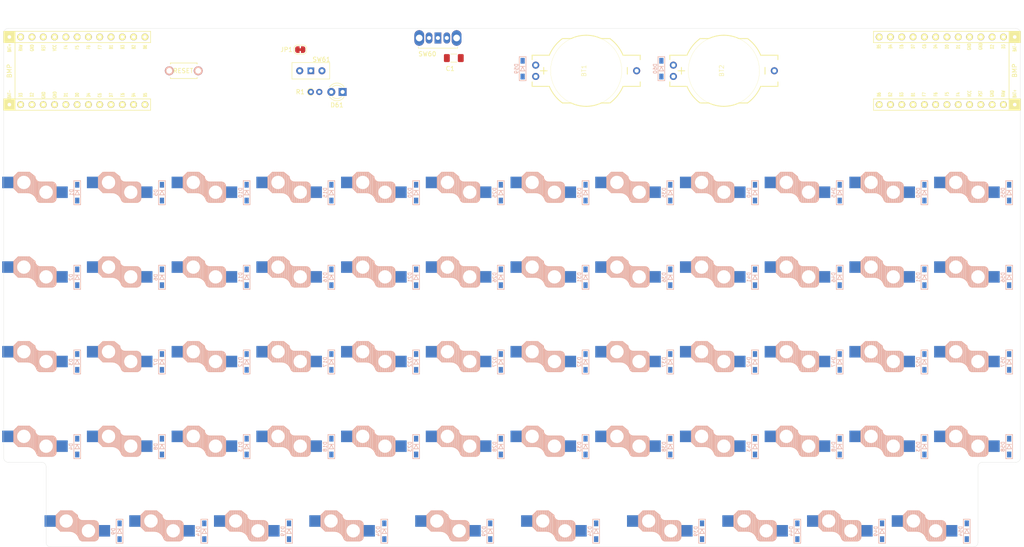
<source format=kicad_pcb>
(kicad_pcb (version 20241229) (generator "pcbnew") (generator_version "9.0")
  (layers (0 "F.Cu" signal) (2 "B.Cu" signal) (13 "F.Paste" user) (15 "B.Paste" user) (5 "F.SilkS" user "F.Silkscreen") (7 "B.SilkS" user "B.Silkscreen") (1 "F.Mask" user) (3 "B.Mask" user) (25 "Edge.Cuts" user))
  (net 0 "")
  (net 1 "reset")
  (net 2 "GND")
  (net 3 "row8")
  (net 4 "col2")
  (net 5 "col5")
  (net 6 "row3")
  (net 7 "VCC")
  (net 8 "row9")
  (net 9 "col0")
  (net 10 "col4")
  (net 11 "led")
  (net 12 "row5")
  (net 14 "row0")
  (net 15 "row2")
  (net 16 "row6")
  (net 17 "row7")
  (net 19 "bat+")
  (net 20 "row1")
  (net 21 "col3")
  (net 22 "col1")
  (net 23 "row4")
  (net 26 "Net-(D14-A)")
  (net 27 "Net-(D1-A)")
  (net 28 "Net-(D2-A)")
  (net 29 "Net-(D3-A)")
  (net 30 "Net-(D4-A)")
  (net 31 "Net-(D5-A)")
  (net 32 "Net-(D6-A)")
  (net 33 "Net-(D7-A)")
  (net 34 "Net-(D8-A)")
  (net 35 "Net-(D9-A)")
  (net 36 "Net-(D10-A)")
  (net 37 "Net-(D11-A)")
  (net 38 "Net-(D12-A)")
  (net 39 "Net-(D13-A)")
  (net 40 "Net-(D30-A)")
  (net 41 "Net-(D15-A)")
  (net 42 "Net-(D16-A)")
  (net 43 "Net-(D17-A)")
  (net 44 "Net-(D18-A)")
  (net 45 "Net-(D19-A)")
  (net 46 "Net-(D20-A)")
  (net 47 "Net-(D21-A)")
  (net 48 "Net-(D22-A)")
  (net 49 "Net-(D23-A)")
  (net 50 "Net-(D24-A)")
  (net 51 "Net-(D25-A)")
  (net 52 "Net-(D26-A)")
  (net 53 "Net-(D27-A)")
  (net 54 "Net-(D28-A)")
  (net 55 "Net-(D29-A)")
  (net 56 "Net-(D31-A)")
  (net 57 "Net-(D32-A)")
  (net 58 "Net-(D33-A)")
  (net 59 "Net-(D34-A)")
  (net 60 "Net-(D35-A)")
  (net 61 "Net-(D36-A)")
  (net 62 "Net-(D37-A)")
  (net 63 "Net-(D38-A)")
  (net 64 "Net-(D39-A)")
  (net 65 "Net-(D40-A)")
  (net 66 "Net-(D41-A)")
  (net 67 "Net-(D42-A)")
  (net 68 "Net-(D43-A)")
  (net 69 "Net-(D44-A)")
  (net 70 "Net-(D45-A)")
  (net 71 "Net-(D46-A)")
  (net 72 "Net-(D47-A)")
  (net 73 "Net-(D49-A)")
  (net 74 "Net-(D50-A)")
  (net 75 "Net-(D51-A)")
  (net 76 "Net-(D52-A)")
  (net 77 "Net-(D53-A)")
  (net 78 "Net-(D54-A)")
  (net 79 "Net-(D55-A)")
  (net 80 "Net-(D48-A)")
  (net 81 "Net-(D57-A)")
  (net 82 "Net-(D58-A)")
  (net 83 "Net-(BT1-+)")
  (net 84 "Net-(D59-K)")
  (net 85 "Net-(BT2-+)")
  (net 86 "Net-(D56-A)")
  (net 88 "Net-(JP1-A)")
  (net 90 "Net-(D61-A)")
  (footprint "footprints:Choc_Hotswap_1u" (layer "F.Cu") (at 228.6 90.4875)
    (property "Reference" "SW51" (hide yes))
    (property "Value" "SW_PUSH" (hide yes))
    (pad "" np_thru_hole circle (at -5.5 0 90) (size 1.9 1.9) (drill 1.9) (layers "*.Cu" "*.Mask"))
    (pad "" np_thru_hole circle (at -5 3.7 90) (size 3 3) (drill 3) (layers "*.Cu" "*.Mask"))
    (pad "" np_thru_hole circle (at 0 0 90) (size 5 5) (drill 5) (layers "*.Cu" "*.Mask"))
    (pad "" np_thru_hole circle (at 0 5.9 90) (size 3 3) (drill 3) (layers "*.Cu" "*.Mask"))
    (pad "" np_thru_hole circle (at 5 -5.15) (size 1 1) (drill 1.6) (layers "*.Cu" "*.Mask"))
    (pad "" np_thru_hole circle (at 5.5 0 90) (size 1.9 1.9) (drill 1.9) (layers "*.Cu" "*.Mask"))
    (pad "1" smd rect (at -8.575 3.7 180) (size 2.6 2.6) (layers "B.Cu" "B.Mask" "B.Paste") (net 22 "col1"))
    (pad "2" smd rect (at 3.575 5.9 180) (size 2.6 2.6) (layers "B.Cu" "B.Mask" "B.Paste") (net 75 "Net-(D51-A)"))
  )
  (footprint "footprints:Choc_Hotswap_1u" (layer "F.Cu") (at 247.65 90.4875)
    (property "Reference" "SW56" (hide yes))
    (property "Value" "SW_PUSH" (hide yes))
    (pad "" np_thru_hole circle (at -5.5 0 90) (size 1.9 1.9) (drill 1.9) (layers "*.Cu" "*.Mask"))
    (pad "" np_thru_hole circle (at -5 3.7 90) (size 3 3) (drill 3) (layers "*.Cu" "*.Mask"))
    (pad "" np_thru_hole circle (at 0 0 90) (size 5 5) (drill 5) (layers "*.Cu" "*.Mask"))
    (pad "" np_thru_hole circle (at 0 5.9 90) (size 3 3) (drill 3) (layers "*.Cu" "*.Mask"))
    (pad "" np_thru_hole circle (at 5 -5.15) (size 1 1) (drill 1.6) (layers "*.Cu" "*.Mask"))
    (pad "" np_thru_hole circle (at 5.5 0 90) (size 1.9 1.9) (drill 1.9) (layers "*.Cu" "*.Mask"))
    (pad "1" smd rect (at -8.575 3.7 180) (size 2.6 2.6) (layers "B.Cu" "B.Mask" "B.Paste") (net 9 "col0"))
    (pad "2" smd rect (at 3.575 5.9 180) (size 2.6 2.6) (layers "B.Cu" "B.Mask" "B.Paste") (net 86 "Net-(D56-A)"))
  )
  (footprint "footprints:Choc_Hotswap_1u" (layer "F.Cu") (at 171.45 71.4375)
    (property "Reference" "SW35" (hide yes))
    (property "Value" "SW_PUSH" (hide yes))
    (pad "" np_thru_hole circle (at -5.5 0 90) (size 1.9 1.9) (drill 1.9) (layers "*.Cu" "*.Mask"))
    (pad "" np_thru_hole circle (at -5 3.7 90) (size 3 3) (drill 3) (layers "*.Cu" "*.Mask"))
    (pad "" np_thru_hole circle (at 0 0 90) (size 5 5) (drill 5) (layers "*.Cu" "*.Mask"))
    (pad "" np_thru_hole circle (at 0 5.9 90) (size 3 3) (drill 3) (layers "*.Cu" "*.Mask"))
    (pad "" np_thru_hole circle (at 5 -5.15) (size 1 1) (drill 1.6) (layers "*.Cu" "*.Mask"))
    (pad "" np_thru_hole circle (at 5.5 0 90) (size 1.9 1.9) (drill 1.9) (layers "*.Cu" "*.Mask"))
    (pad "1" smd rect (at -8.575 3.7 180) (size 2.6 2.6) (layers "B.Cu" "B.Mask" "B.Paste") (net 10 "col4"))
    (pad "2" smd rect (at 3.575 5.9 180) (size 2.6 2.6) (layers "B.Cu" "B.Mask" "B.Paste") (net 60 "Net-(D35-A)"))
  )
  (footprint "kbd_Parts:Diode_SMD" (layer "F.Cu") (at 216.55 77.4375 -90)
    (property "Reference" "D45" (at 0 1.4 90) (layer "B.SilkS") (effects (font (size 0.8 0.8) (thickness 0.125)) (justify mirror)))
    (property "Value" "D" (hide yes))
    (pad "1" smd rect (at -1.775 0 270) (size 1.3 0.95) (layers "B.Cu" "B.Mask" "B.Paste") (net 14 "row0"))
    (pad "2" smd rect (at 1.775 0 270) (size 1.3 0.95) (layers "B.Cu" "B.Mask" "B.Paste") (net 70 "Net-(D45-A)"))
  )
  (footprint "kbd_Parts:Diode_SMD" (layer "F.Cu") (at 235.6 115.5375 -90)
    (property "Reference" "D52" (at 0 1.4 90) (layer "B.SilkS") (effects (font (size 0.8 0.8) (thickness 0.125)) (justify mirror)))
    (property "Value" "D" (hide yes))
    (pad "1" smd rect (at -1.775 0 270) (size 1.3 0.95) (layers "B.Cu" "B.Mask" "B.Paste") (net 17 "row7"))
    (pad "2" smd rect (at 1.775 0 270) (size 1.3 0.95) (layers "B.Cu" "B.Mask" "B.Paste") (net 76 "Net-(D52-A)"))
  )
  (footprint "footprints:Choc_Hotswap_1u" (layer "F.Cu") (at 152.4 128.5875)
    (property "Reference" "SW33" (hide yes))
    (property "Value" "SW_PUSH" (hide yes))
    (pad "" np_thru_hole circle (at -5.5 0 90) (size 1.9 1.9) (drill 1.9) (layers "*.Cu" "*.Mask"))
    (pad "" np_thru_hole circle (at -5 3.7 90) (size 3 3) (drill 3) (layers "*.Cu" "*.Mask"))
    (pad "" np_thru_hole circle (at 0 0 90) (size 5 5) (drill 5) (layers "*.Cu" "*.Mask"))
    (pad "" np_thru_hole circle (at 0 5.9 90) (size 3 3) (drill 3) (layers "*.Cu" "*.Mask"))
    (pad "" np_thru_hole circle (at 5 -5.15) (size 1 1) (drill 1.6) (layers "*.Cu" "*.Mask"))
    (pad "" np_thru_hole circle (at 5.5 0 90) (size 1.9 1.9) (drill 1.9) (layers "*.Cu" "*.Mask"))
    (pad "1" smd rect (at -8.575 3.7 180) (size 2.6 2.6) (layers "B.Cu" "B.Mask" "B.Paste") (net 5 "col5"))
    (pad "2" smd rect (at 3.575 5.9 180) (size 2.6 2.6) (layers "B.Cu" "B.Mask" "B.Paste") (net 58 "Net-(D33-A)"))
  )
  (footprint "kbd_Parts:Diode_SMD" (layer "F.Cu") (at 178.45 96.4875 -90)
    (property "Reference" "D36" (at 0 1.4 90) (layer "B.SilkS") (effects (font (size 0.8 0.8) (thickness 0.125)) (justify mirror)))
    (property "Value" "D" (hide yes))
    (pad "1" smd rect (at -1.775 0 270) (size 1.3 0.95) (layers "B.Cu" "B.Mask" "B.Paste") (net 20 "row1"))
    (pad "2" smd rect (at 1.775 0 270) (size 1.3 0.95) (layers "B.Cu" "B.Mask" "B.Paste") (net 61 "Net-(D36-A)"))
  )
  (footprint "footprints:Choc_Hotswap_1u" (layer "F.Cu") (at 209.55 128.5875)
    (property "Reference" "SW48" (hide yes))
    (property "Value" "SW_PUSH" (hide yes))
    (pad "" np_thru_hole circle (at -5.5 0 90) (size 1.9 1.9) (drill 1.9) (layers "*.Cu" "*.Mask"))
    (pad "" np_thru_hole circle (at -5 3.7 90) (size 3 3) (drill 3) (layers "*.Cu" "*.Mask"))
    (pad "" np_thru_hole circle (at 0 0 90) (size 5 5) (drill 5) (layers "*.Cu" "*.Mask"))
    (pad "" np_thru_hole circle (at 0 5.9 90) (size 3 3) (drill 3) (layers "*.Cu" "*.Mask"))
    (pad "" np_thru_hole circle (at 5 -5.15) (size 1 1) (drill 1.6) (layers "*.Cu" "*.Mask"))
    (pad "" np_thru_hole circle (at 5.5 0 90) (size 1.9 1.9) (drill 1.9) (layers "*.Cu" "*.Mask"))
    (pad "1" smd rect (at -8.575 3.7 180) (size 2.6 2.6) (layers "B.Cu" "B.Mask" "B.Paste") (net 4 "col2"))
    (pad "2" smd rect (at 3.575 5.9 180) (size 2.6 2.6) (layers "B.Cu" "B.Mask" "B.Paste") (net 80 "Net-(D48-A)"))
  )
  (footprint "kbd_Parts:Diode_SMD" (layer "F.Cu") (at 254.65 134.5875 -90)
    (property "Reference" "D58" (at 0 1.4 90) (layer "B.SilkS") (effects (font (size 0.8 0.8) (thickness 0.125)) (justify mirror)))
    (property "Value" "D" (hide yes))
    (pad "1" smd rect (at -1.775 0 270) (size 1.3 0.95) (layers "B.Cu" "B.Mask" "B.Paste") (net 3 "row8"))
    (pad "2" smd rect (at 1.775 0 270) (size 1.3 0.95) (layers "B.Cu" "B.Mask" "B.Paste") (net 82 "Net-(D58-A)"))
  )
  (footprint "kbd_Parts:Diode_SMD" (layer "F.Cu") (at 178.45 115.5375 -90)
    (property "Reference" "D37" (at 0 1.4 90) (layer "B.SilkS") (effects (font (size 0.8 0.8) (thickness 0.125)) (justify mirror)))
    (property "Value" "D" (hide yes))
    (pad "1" smd rect (at -1.775 0 270) (size 1.3 0.95) (layers "B.Cu" "B.Mask" "B.Paste") (net 17 "row7"))
    (pad "2" smd rect (at 1.775 0 270) (size 1.3 0.95) (layers "B.Cu" "B.Mask" "B.Paste") (net 62 "Net-(D37-A)"))
  )
  (footprint "footprints:HU1632" (layer "F.Cu") (at 159.54375 50.00625 90)
    (property "Reference" "BT1" (at 0 -0.5 90) (layer "F.SilkS") (effects (font (thickness 0.1))))
    (property "Value" "Battery_Cell")
    (fp_text user "-" (at 0 9.1 90) (layer "F.SilkS") (effects (font (size 2 2) (thickness 0.2))))
    (fp_text user "+" (at 0 -9.7 90) (layer "F.SilkS") (effects (font (size 2 2) (thickness 0.2))))
    (pad "1" thru_hole circle (at -1.27 -11.35 90) (size 1.6 1.6) (drill 0.9) (layers "*.Cu" "*.Mask") (net 83 "Net-(BT1-+)"))
    (pad "1" thru_hole circle (at 1.27 -11.35 90) (size 1.6 1.6) (drill 0.9) (layers "*.Cu" "*.Mask") (net 83 "Net-(BT1-+)"))
    (pad "2" thru_hole circle (at 0 11.35 90) (size 1.6 1.6) (drill 0.9) (layers "*.Cu" "*.Mask") (net 2 "GND"))
  )
  (footprint "footprints:Choc_Hotswap_1u" (layer "F.Cu") (at 114.3 128.5875)
    (property "Reference" "SW23" (hide yes))
    (property "Value" "SW_PUSH" (hide yes))
    (pad "" np_thru_hole circle (at -5.5 0 90) (size 1.9 1.9) (drill 1.9) (layers "*.Cu" "*.Mask"))
    (pad "" np_thru_hole circle (at -5 3.7 90) (size 3 3) (drill 3) (layers "*.Cu" "*.Mask"))
    (pad "" np_thru_hole circle (at 0 0 90) (size 5 5) (drill 5) (layers "*.Cu" "*.Mask"))
    (pad "" np_thru_hole circle (at 0 5.9 90) (size 3 3) (drill 3) (layers "*.Cu" "*.Mask"))
    (pad "" np_thru_hole circle (at 5 -5.15) (size 1 1) (drill 1.6) (layers "*.Cu" "*.Mask"))
    (pad "" np_thru_hole circle (at 5.5 0 90) (size 1.9 1.9) (drill 1.9) (layers "*.Cu" "*.Mask"))
    (pad "1" smd rect (at -8.575 3.7 180) (size 2.6 2.6) (layers "B.Cu" "B.Mask" "B.Paste") (net 10 "col4"))
    (pad "2" smd rect (at 3.575 5.9 180) (size 2.6 2.6) (layers "B.Cu" "B.Mask" "B.Paste") (net 49 "Net-(D23-A)"))
  )
  (footprint "footprints:Choc_Hotswap_1u" (layer "F.Cu") (at 152.4 109.5375)
    (property "Reference" "SW32" (hide yes))
    (property "Value" "SW_PUSH" (hide yes))
    (pad "" np_thru_hole circle (at -5.5 0 90) (size 1.9 1.9) (drill 1.9) (layers "*.Cu" "*.Mask"))
    (pad "" np_thru_hole circle (at -5 3.7 90) (size 3 3) (drill 3) (layers "*.Cu" "*.Mask"))
    (pad "" np_thru_hole circle (at 0 0 90) (size 5 5) (drill 5) (layers "*.Cu" "*.Mask"))
    (pad "" np_thru_hole circle (at 0 5.9 90) (size 3 3) (drill 3) (layers "*.Cu" "*.Mask"))
    (pad "" np_thru_hole circle (at 5 -5.15) (size 1 1) (drill 1.6) (layers "*.Cu" "*.Mask"))
    (pad "" np_thru_hole circle (at 5.5 0 90) (size 1.9 1.9) (drill 1.9) (layers "*.Cu" "*.Mask"))
    (pad "1" smd rect (at -8.575 3.7 180) (size 2.6 2.6) (layers "B.Cu" "B.Mask" "B.Paste") (net 5 "col5"))
    (pad "2" smd rect (at 3.575 5.9 180) (size 2.6 2.6) (layers "B.Cu" "B.Mask" "B.Paste") (net 57 "Net-(D32-A)"))
  )
  (footprint "footprints:Choc_Hotswap_1u" (layer "F.Cu") (at 219.075 147.6375)
    (property "Reference" "SW49" (hide yes))
    (property "Value" "SW_PUSH" (hide yes))
    (pad "" np_thru_hole circle (at -5.5 0 90) (size 1.9 1.9) (drill 1.9) (layers "*.Cu" "*.Mask"))
    (pad "" np_thru_hole circle (at -5 3.7 90) (size 3 3) (drill 3) (layers "*.Cu" "*.Mask"))
    (pad "" np_thru_hole circle (at 0 0 90) (size 5 5) (drill 5) (layers "*.Cu" "*.Mask"))
    (pad "" np_thru_hole circle (at 0 5.9 90) (size 3 3) (drill 3) (layers "*.Cu" "*.Mask"))
    (pad "" np_thru_hole circle (at 5 -5.15) (size 1 1) (drill 1.6) (layers "*.Cu" "*.Mask"))
    (pad "" np_thru_hole circle (at 5.5 0 90) (size 1.9 1.9) (drill 1.9) (layers "*.Cu" "*.Mask"))
    (pad "1" smd rect (at -8.575 3.7 180) (size 2.6 2.6) (layers "B.Cu" "B.Mask" "B.Paste") (net 4 "col2"))
    (pad "2" smd rect (at 3.575 5.9 180) (size 2.6 2.6) (layers "B.Cu" "B.Mask" "B.Paste") (net 73 "Net-(D49-A)"))
  )
  (footprint "footprints:HU1632" (layer "F.Cu") (at 190.5 50.00625 90)
    (property "Reference" "BT2" (at 0 -0.5 90) (layer "F.SilkS") (effects (font (thickness 0.1))))
    (property "Value" "Battery_Cell")
    (fp_text user "-" (at 0 9.1 90) (layer "F.SilkS") (effects (font (size 2 2) (thickness 0.2))))
    (fp_text user "+" (at 0 -9.7 90) (layer "F.SilkS") (effects (font (size 2 2) (thickness 0.2))))
    (pad "1" thru_hole circle (at -1.27 -11.35 90) (size 1.6 1.6) (drill 0.9) (layers "*.Cu" "*.Mask") (net 85 "Net-(BT2-+)"))
    (pad "1" thru_hole circle (at 1.27 -11.35 90) (size 1.6 1.6) (drill 0.9) (layers "*.Cu" "*.Mask") (net 85 "Net-(BT2-+)"))
    (pad "2" thru_hole circle (at 0 11.35 90) (size 1.6 1.6) (drill 0.9) (layers "*.Cu" "*.Mask") (net 2 "GND"))
  )
  (footprint "footprints:Choc_Hotswap_1u" (layer "F.Cu") (at 190.5 71.4375)
    (property "Reference" "SW40" (hide yes))
    (property "Value" "SW_PUSH" (hide yes))
    (pad "" np_thru_hole circle (at -5.5 0 90) (size 1.9 1.9) (drill 1.9) (layers "*.Cu" "*.Mask"))
    (pad "" np_thru_hole circle (at -5 3.7 90) (size 3 3) (drill 3) (layers "*.Cu" "*.Mask"))
    (pad "" np_thru_hole circle (at 0 0 90) (size 5 5) (drill 5) (layers "*.Cu" "*.Mask"))
    (pad "" np_thru_hole circle (at 0 5.9 90) (size 3 3) (drill 3) (layers "*.Cu" "*.Mask"))
    (pad "" np_thru_hole circle (at 5 -5.15) (size 1 1) (drill 1.6) (layers "*.Cu" "*.Mask"))
    (pad "" np_thru_hole circle (at 5.5 0 90) (size 1.9 1.9) (drill 1.9) (layers "*.Cu" "*.Mask"))
    (pad "1" smd rect (at -8.575 3.7 180) (size 2.6 2.6) (layers "B.Cu" "B.Mask" "B.Paste") (net 21 "col3"))
    (pad "2" smd rect (at 3.575 5.9 180) (size 2.6 2.6) (layers "B.Cu" "B.Mask" "B.Paste") (net 65 "Net-(D40-A)"))
  )
  (footprint "kbd_Parts:Diode_SMD" (layer "F.Cu") (at 207.025 153.6375 -90)
    (property "Reference" "D44" (at 0 1.4 90) (layer "B.SilkS") (effects (font (size 0.8 0.8) (thickness 0.125)) (justify mirror)))
    (property "Value" "D" (hide yes))
    (pad "1" smd rect (at -1.775 0 270) (size 1.3 0.95) (layers "B.Cu" "B.Mask" "B.Paste") (net 8 "row9"))
    (pad "2" smd rect (at 1.775 0 270) (size 1.3 0.95) (layers "B.Cu" "B.Mask" "B.Paste") (net 69 "Net-(D44-A)"))
  )
  (footprint "kbd_Parts:Diode_SMD" (layer "F.Cu") (at 235.6 134.5875 -90)
    (property "Reference" "D53" (at 0 1.4 90) (layer "B.SilkS") (effects (font (size 0.8 0.8) (thickness 0.125)) (justify mirror)))
    (property "Value" "D" (hide yes))
    (pad "1" smd rect (at -1.775 0 270) (size 1.3 0.95) (layers "B.Cu" "B.Mask" "B.Paste") (net 3 "row8"))
    (pad "2" smd rect (at 1.775 0 270) (size 1.3 0.95) (layers "B.Cu" "B.Mask" "B.Paste") (net 77 "Net-(D53-A)"))
  )
  (footprint "kbd_Parts:Diode_SMD" (layer "F.Cu") (at 197.5 134.5875 -90)
    (property "Reference" "D43" (at 0 1.4 90) (layer "B.SilkS") (effects (font (size 0.8 0.8) (thickness 0.125)) (justify mirror)))
    (property "Value" "D" (hide yes))
    (pad "1" smd rect (at -1.775 0 270) (size 1.3 0.95) (layers "B.Cu" "B.Mask" "B.Paste") (net 3 "row8"))
    (pad "2" smd rect (at 1.775 0 270) (size 1.3 0.95) (layers "B.Cu" "B.Mask" "B.Paste") (net 68 "Net-(D43-A)"))
  )
  (footprint "kbd_Parts:Diode_SMD" (layer "F.Cu") (at 159.4 96.4875 -90)
    (property "Reference" "D31" (at 0 1.4 90) (layer "B.SilkS") (effects (font (size 0.8 0.8) (thickness 0.125)) (justify mirror)))
    (property "Value" "D" (hide yes))
    (pad "1" smd rect (at -1.775 0 270) (size 1.3 0.95) (layers "B.Cu" "B.Mask" "B.Paste") (net 20 "row1"))
    (pad "2" smd rect (at 1.775 0 270) (size 1.3 0.95) (layers "B.Cu" "B.Mask" "B.Paste") (net 56 "Net-(D31-A)"))
  )
  (footprint "footprints:Choc_Hotswap_1u" (layer "F.Cu") (at 209.55 109.5375)
    (property "Reference" "SW47" (hide yes))
    (property "Value" "SW_PUSH" (hide yes))
    (pad "" np_thru_hole circle (at -5.5 0 90) (size 1.9 1.9) (drill 1.9) (layers "*.Cu" "*.Mask"))
    (pad "" np_thru_hole circle (at -5 3.7 90) (size 3 3) (drill 3) (layers "*.Cu" "*.Mask"))
    (pad "" np_thru_hole circle (at 0 0 90) (size 5 5) (drill 5) (layers "*.Cu" "*.Mask"))
    (pad "" np_thru_hole circle (at 0 5.9 90) (size 3 3) (drill 3) (layers "*.Cu" "*.Mask"))
    (pad "" np_thru_hole circle (at 5 -5.15) (size 1 1) (drill 1.6) (layers "*.Cu" "*.Mask"))
    (pad "" np_thru_hole circle (at 5.5 0 90) (size 1.9 1.9) (drill 1.9) (layers "*.Cu" "*.Mask"))
    (pad "1" smd rect (at -8.575 3.7 180) (size 2.6 2.6) (layers "B.Cu" "B.Mask" "B.Paste") (net 4 "col2"))
    (pad "2" smd rect (at 3.575 5.9 180) (size 2.6 2.6) (layers "B.Cu" "B.Mask" "B.Paste") (net 72 "Net-(D47-A)"))
  )
  (footprint "kbd_Parts:Diode_SMD" (layer "F.Cu") (at 92.725 153.6375 -90)
    (property "Reference" "D19" (at 0 1.4 90) (layer "B.SilkS") (effects (font (size 0.8 0.8) (thickness 0.125)) (justify mirror)))
    (property "Value" "D" (hide yes))
    (pad "1" smd rect (at -1.775 0 270) (size 1.3 0.95) (layers "B.Cu" "B.Mask" "B.Paste") (net 16 "row6"))
    (pad "2" smd rect (at 1.775 0 270) (size 1.3 0.95) (layers "B.Cu" "B.Mask" "B.Paste") (net 45 "Net-(D19-A)"))
  )
  (footprint "kbd_Parts:Diode_SMD" (layer "F.Cu") (at 197.5 115.5375 -90)
    (property "Reference" "D42" (at 0 1.4 90) (layer "B.SilkS") (effects (font (size 0.8 0.8) (thickness 0.125)) (justify mirror)))
    (property "Value" "D" (hide yes))
    (pad "1" smd rect (at -1.775 0 270) (size 1.3 0.95) (layers "B.Cu" "B.Mask" "B.Paste") (net 17 "row7"))
    (pad "2" smd rect (at 1.775 0 270) (size 1.3 0.95) (layers "B.Cu" "B.Mask" "B.Paste") (net 67 "Net-(D42-A)"))
  )
  (footprint "footprints:Choc_Hotswap_1u" (layer "F.Cu") (at 95.25 128.5875)
    (property "Reference" "SW18" (hide yes))
    (property "Value" "SW_PUSH" (hide yes))
    (pad "" np_thru_hole circle (at -5.5 0 90) (size 1.9 1.9) (drill 1.9) (layers "*.Cu" "*.Mask"))
    (pad "" np_thru_hole circle (at -5 3.7 90) (size 3 3) (drill 3) (layers "*.Cu" "*.Mask"))
    (pad "" np_thru_hole circle (at 0 0 90) (size 5 5) (drill 5) (layers "*.Cu" "*.Mask"))
    (pad "" np_thru_hole circle (at 0 5.9 90) (size 3 3) (drill 3) (layers "*.Cu" "*.Mask"))
    (pad "" np_thru_hole circle (at 5 -5.15) (size 1 1) (drill 1.6) (layers "*.Cu" "*.Mask"))
    (pad "" np_thru_hole circle (at 5.5 0 90) (size 1.9 1.9) (drill 1.9) (layers "*.Cu" "*.Mask"))
    (pad "1" smd rect (at -8.575 3.7 180) (size 2.6 2.6) (layers "B.Cu" "B.Mask" "B.Paste") (net 21 "col3"))
    (pad "2" smd rect (at 3.575 5.9 180) (size 2.6 2.6) (layers "B.Cu" "B.Mask" "B.Paste") (net 44 "Net-(D18-A)"))
  )
  (footprint "kbd_Parts:Diode_SMD" (layer "F.Cu") (at 159.4 134.5875 -90)
    (property "Reference" "D33" (at 0 1.4 90) (layer "B.SilkS") (effects (font (size 0.8 0.8) (thickness 0.125)) (justify mirror)))
    (property "Value" "D" (hide yes))
    (pad "1" smd rect (at -1.775 0 270) (size 1.3 0.95) (layers "B.Cu" "B.Mask" "B.Paste") (net 3 "row8"))
    (pad "2" smd rect (at 1.775 0 270) (size 1.3 0.95) (layers "B.Cu" "B.Mask" "B.Paste") (net 58 "Net-(D33-A)"))
  )
  (footprint "kbd_Parts:Diode_SMD" (layer "F.Cu") (at 45.1 134.5875 -90)
    (property "Reference" "D4" (at 0 1.4 90) (layer "B.SilkS") (effects (font (size 0.8 0.8) (thickness 0.125)) (justify mirror)))
    (property "Value" "D" (hide yes))
    (pad "1" smd rect (at -1.775 0 270) (size 1.3 0.95) (layers "B.Cu" "B.Mask" "B.Paste") (net 12 "row5"))
    (pad "2" smd rect (at 1.775 0 270) (size 1.3 0.95) (layers "B.Cu" "B.Mask" "B.Paste") (net 30 "Net-(D4-A)"))
  )
  (footprint "footprints:Choc_Hotswap_1u" (layer "F.Cu") (at 228.6 128.5875)
    (property "Reference" "SW53" (hide yes))
    (property "Value" "SW_PUSH" (hide yes))
    (pad "" np_thru_hole circle (at -5.5 0 90) (size 1.9 1.9) (drill 1.9) (layers "*.Cu" "*.Mask"))
    (pad "" np_thru_hole circle (at -5 3.7 90) (size 3 3) (drill 3) (layers "*.Cu" "*.Mask"))
    (pad "" np_thru_hole circle (at 0 0 90) (size 5 5) (drill 5) (layers "*.Cu" "*.Mask"))
    (pad "" np_thru_hole circle (at 0 5.9 90) (size 3 3) (drill 3) (layers "*.Cu" "*.Mask"))
    (pad "" np_thru_hole circle (at 5 -5.15) (size 1 1) (drill 1.6) (layers "*.Cu" "*.Mask"))
    (pad "" np_thru_hole circle (at 5.5 0 90) (size 1.9 1.9) (drill 1.9) (layers "*.Cu" "*.Mask"))
    (pad "1" smd rect (at -8.575 3.7 180) (size 2.6 2.6) (layers "B.Cu" "B.Mask" "B.Paste") (net 22 "col1"))
    (pad "2" smd rect (at 3.575 5.9 180) (size 2.6 2.6) (layers "B.Cu" "B.Mask" "B.Paste") (net 77 "Net-(D53-A)"))
  )
  (footprint "footprints:Choc_Hotswap_1u" (layer "F.Cu") (at 85.725 147.6375)
    (property "Reference" "SW19" (hide yes))
    (property "Value" "SW_PUSH" (hide yes))
    (pad "" np_thru_hole circle (at -5.5 0 90) (size 1.9 1.9) (drill 1.9) (layers "*.Cu" "*.Mask"))
    (pad "" np_thru_hole circle (at -5 3.7 90) (size 3 3) (drill 3) (layers "*.Cu" "*.Mask"))
    (pad "" np_thru_hole circle (at 0 0 90) (size 5 5) (drill 5) (layers "*.Cu" "*.Mask"))
    (pad "" np_thru_hole circle (at 0 5.9 90) (size 3 3) (drill 3) (layers "*.Cu" "*.Mask"))
    (pad "" np_thru_hole circle (at 5 -5.15) (size 1 1) (drill 1.6) (layers "*.Cu" "*.Mask"))
    (pad "" np_thru_hole circle (at 5.5 0 90) (size 1.9 1.9) (drill 1.9) (layers "*.Cu" "*.Mask"))
    (pad "1" smd rect (at -8.575 3.7 180) (size 2.6 2.6) (layers "B.Cu" "B.Mask" "B.Paste") (net 21 "col3"))
    (pad "2" smd rect (at 3.575 5.9 180) (size 2.6 2.6) (layers "B.Cu" "B.Mask" "B.Paste") (net 45 "Net-(D19-A)"))
  )
  (footprint "footprints:Choc_Hotswap_1u" (layer "F.Cu") (at 57.15 109.5375)
    (property "Reference" "SW7" (hide yes))
    (property "Value" "SW_PUSH" (hide yes))
    (pad "" np_thru_hole circle (at -5.5 0 90) (size 1.9 1.9) (drill 1.9) (layers "*.Cu" "*.Mask"))
    (pad "" np_thru_hole circle (at -5 3.7 90) (size 3 3) (drill 3) (layers "*.Cu" "*.Mask"))
    (pad "" np_thru_hole circle (at 0 0 90) (size 5 5) (drill 5) (layers "*.Cu" "*.Mask"))
    (pad "" np_thru_hole circle (at 0 5.9 90) (size 3 3) (drill 3) (layers "*.Cu" "*.Mask"))
    (pad "" np_thru_hole circle (at 5 -5.15) (size 1 1) (drill 1.6) (layers "*.Cu" "*.Mask"))
    (pad "" np_thru_hole circle (at 5.5 0 90) (size 1.9 1.9) (drill 1.9) (layers "*.Cu" "*.Mask"))
    (pad "1" smd rect (at -8.575 3.7 180) (size 2.6 2.6) (layers "B.Cu" "B.Mask" "B.Paste") (net 22 "col1"))
    (pad "2" smd rect (at 3.575 5.9 180) (size 2.6 2.6) (layers "B.Cu" "B.Mask" "B.Paste") (net 33 "Net-(D7-A)"))
  )
  (footprint "kbd_Parts:Diode_SMD" (layer "F.Cu") (at 254.65 115.5375 -90)
    (property "Reference" "D57" (at 0 1.4 90) (layer "B.SilkS") (effects (font (size 0.8 0.8) (thickness 0.125)) (justify mirror)))
    (property "Value" "D" (hide yes))
    (pad "1" smd rect (at -1.775 0 270) (size 1.3 0.95) (layers "B.Cu" "B.Mask" "B.Paste") (net 17 "row7"))
    (pad "2" smd rect (at 1.775 0 270) (size 1.3 0.95) (layers "B.Cu" "B.Mask" "B.Paste") (net 81 "Net-(D57-A)"))
  )
  (footprint "footprints:Choc_Hotswap_1u" (layer "F.Cu") (at 47.625 147.6375)
    (property "Reference" "SW9" (hide yes))
    (property "Value" "SW_PUSH" (hide yes))
    (pad "" np_thru_hole circle (at -5.5 0 90) (size 1.9 1.9) (drill 1.9) (layers "*.Cu" "*.Mask"))
    (pad "" np_thru_hole circle (at -5 3.7 90) (size 3 3) (drill 3) (layers "*.Cu" "*.Mask"))
    (pad "" np_thru_hole circle (at 0 0 90) (size 5 5) (drill 5) (layers "*.Cu" "*.Mask"))
    (pad "" np_thru_hole circle (at 0 5.9 90) (size 3 3) (drill 3) (layers "*.Cu" "*.Mask"))
    (pad "" np_thru_hole circle (at 5 -5.15) (size 1 1) (drill 1.6) (layers "*.Cu" "*.Mask"))
    (pad "" np_thru_hole circle (at 5.5 0 90) (size 1.9 1.9) (drill 1.9) (layers "*.Cu" "*.Mask"))
    (pad "1" smd rect (at -8.575 3.7 180) (size 2.6 2.6) (layers "B.Cu" "B.Mask" "B.Paste") (net 22 "col1"))
    (pad "2" smd rect (at 3.575 5.9 180) (size 2.6 2.6) (layers "B.Cu" "B.Mask" "B.Paste") (net 35 "Net-(D9-A)"))
  )
  (footprint "footprints:Choc_Hotswap_1u" (layer "F.Cu") (at 66.675 147.6375)
    (property "Reference" "SW14" (hide yes))
    (property "Value" "SW_PUSH" (hide yes))
    (pad "" np_thru_hole circle (at -5.5 0 90) (size 1.9 1.9) (drill 1.9) (layers "*.Cu" "*.Mask"))
    (pad "" np_thru_hole circle (at -5 3.7 90) (size 3 3) (drill 3) (layers "*.Cu" "*.Mask"))
    (pad "" np_thru_hole circle (at 0 0 90) (size 5 5) (drill 5) (layers "*.Cu" "*.Mask"))
    (pad "" np_thru_hole circle (at 0 5.9 90) (size 3 3) (drill 3) (layers "*.Cu" "*.Mask"))
    (pad "" np_thru_hole circle (at 5 -5.15) (size 1 1) (drill 1.6) (layers "*.Cu" "*.Mask"))
    (pad "" np_thru_hole circle (at 5.5 0 90) (size 1.9 1.9) (drill 1.9) (layers "*.Cu" "*.Mask"))
    (pad "1" smd rect (at -8.575 3.7 180) (size 2.6 2.6) (layers "B.Cu" "B.Mask" "B.Paste") (net 4 "col2"))
    (pad "2" smd rect (at 3.575 5.9 180) (size 2.6 2.6) (layers "B.Cu" "B.Mask" "B.Paste") (net 26 "Net-(D14-A)"))
  )
  (footprint "kbd_Parts:Diode_SMD" (layer "F.Cu") (at 83.2 96.4875 -90)
    (property "Reference" "D11" (at 0 1.4 90) (layer "B.SilkS") (effects (font (size 0.8 0.8) (thickness 0.125)) (justify mirror)))
    (property "Value" "D" (hide yes))
    (pad "1" smd rect (at -1.775 0 270) (size 1.3 0.95) (layers "B.Cu" "B.Mask" "B.Paste") (net 6 "row3"))
    (pad "2" smd rect (at 1.775 0 270) (size 1.3 0.95) (layers "B.Cu" "B.Mask" "B.Paste") (net 37 "Net-(D11-A)"))
  )
  (footprint "footprints:Choc_Hotswap_1u" (layer "F.Cu") (at 190.5 109.5375)
    (property "Reference" "SW42" (hide yes))
    (property "Value" "SW_PUSH" (hide yes))
    (pad "" np_thru_hole circle (at -5.5 0 90) (size 1.9 1.9) (drill 1.9) (layers "*.Cu" "*.Mask"))
    (pad "" np_thru_hole circle (at -5 3.7 90) (size 3 3) (drill 3) (layers "*.Cu" "*.Mask"))
    (pad "" np_thru_hole circle (at 0 0 90) (size 5 5) (drill 5) (layers "*.Cu" "*.Mask"))
    (pad "" np_thru_hole circle (at 0 5.9 90) (size 3 3) (drill 3) (layers "*.Cu" "*.Mask"))
    (pad "" np_thru_hole circle (at 5 -5.15) (size 1 1) (drill 1.6) (layers "*.Cu" "*.Mask"))
    (pad "" np_thru_hole circle (at 5.5 0 90) (size 1.9 1.9) (drill 1.9) (layers "*.Cu" "*.Mask"))
    (pad "1" smd rect (at -8.575 3.7 180) (size 2.6 2.6) (layers "B.Cu" "B.Mask" "B.Paste") (net 21 "col3"))
    (pad "2" smd rect (at 3.575 5.9 180) (size 2.6 2.6) (layers "B.Cu" "B.Mask" "B.Paste") (net 67 "Net-(D42-A)"))
  )
  (footprint "kbd_Parts:Diode_SMD" (layer "F.Cu") (at 216.55 134.5875 -90)
    (property "Reference" "D48" (at 0 1.4 90) (layer "B.SilkS") (effects (font (size 0.8 0.8) (thickness 0.125)) (justify mirror)))
    (property "Value" "D" (hide yes))
    (pad "1" smd rect (at -1.775 0 270) (size 1.3 0.95) (layers "B.Cu" "B.Mask" "B.Paste") (net 3 "row8"))
    (pad "2" smd rect (at 1.775 0 270) (size 1.3 0.95) (layers "B.Cu" "B.Mask" "B.Paste") (net 80 "Net-(D48-A)"))
  )
  (footprint "Capacitor_SMD:C_1206_3216Metric_Pad1.33x1.80mm_HandSolder" (layer "F.Cu") (at 129.778125 47.14875)
    (property "Reference" "C1" (at -0.81875 2.38125 0) (layer "F.SilkS"))
    (property "Value" "C")
    (pad "1" smd roundrect (at -1.5625 0) (size 1.325 1.8) (layers "F.Cu" "F.Mask" "F.Paste") (roundrect_rratio 0.188679) (net 19 "bat+"))
    (pad "2" smd roundrect (at 1.5625 0) (size 1.325 1.8) (layers "F.Cu" "F.Mask" "F.Paste") (roundrect_rratio 0.188679) (net 2 "GND"))
  )
  (footprint "kbd_Parts:Diode_SMD" (layer "F.Cu") (at 121.3 96.4875 -90)
    (property "Reference" "D21" (at 0 1.4 90) (layer "B.SilkS") (effects (font (size 0.8 0.8) (thickness 0.125)) (justify mirror)))
    (property "Value" "D" (hide yes))
    (pad "1" smd rect (at -1.775 0 270) (size 1.3 0.95) (layers "B.Cu" "B.Mask" "B.Paste") (net 6 "row3"))
    (pad "2" smd rect (at 1.775 0 270) (size 1.3 0.95) (layers "B.Cu" "B.Mask" "B.Paste") (net 47 "Net-(D21-A)"))
  )
  (footprint "kbd_Parts:Diode_SMD" (layer "F.Cu") (at 73.675 153.6375 -90)
    (property "Reference" "D14" (at 0 1.4 90) (layer "B.SilkS") (effects (font (size 0.8 0.8) (thickness 0.125)) (justify mirror)))
    (property "Value" "D" (hide yes))
    (pad "1" smd rect (at -1.775 0 270) (size 1.3 0.95) (layers "B.Cu" "B.Mask" "B.Paste") (net 16 "row6"))
    (pad "2" smd rect (at 1.775 0 270) (size 1.3 0.95) (layers "B.Cu" "B.Mask" "B.Paste") (net 26 "Net-(D14-A)"))
  )
  (footprint "footprints:Choc_Hotswap_1u" (layer "F.Cu") (at 228.6 109.5375)
    (property "Reference" "SW52" (hide yes))
    (property "Value" "SW_PUSH" (hide yes))
    (pad "" np_thru_hole circle (at -5.5 0 90) (size 1.9 1.9) (drill 1.9) (layers "*.Cu" "*.Mask"))
    (pad "" np_thru_hole circle (at -5 3.7 90) (size 3 3) (drill 3) (layers "*.Cu" "*.Mask"))
    (pad "" np_thru_hole circle (at 0 0 90) (size 5 5) (drill 5) (layers "*.Cu" "*.Mask"))
    (pad "" np_thru_hole circle (at 0 5.9 90) (size 3 3) (drill 3) (layers "*.Cu" "*.Mask"))
    (pad "" np_thru_hole circle (at 5 -5.15) (size 1 1) (drill 1.6) (layers "*.Cu" "*.Mask"))
    (pad "" np_thru_hole circle (at 5.5 0 90) (size 1.9 1.9) (drill 1.9) (layers "*.Cu" "*.Mask"))
    (pad "1" smd rect (at -8.575 3.7 180) (size 2.6 2.6) (layers "B.Cu" "B.Mask" "B.Paste") (net 22 "col1"))
    (pad "2" smd rect (at 3.575 5.9 180) (size 2.6 2.6) (layers "B.Cu" "B.Mask" "B.Paste") (net 76 "Net-(D52-A)"))
  )
  (footprint "footprints:Choc_Hotswap_1u" (layer "F.Cu") (at 200.025 147.6375)
    (property "Reference" "SW44" (hide yes))
    (property "Value" "SW_PUSH" (hide yes))
    (pad "" np_thru_hole circle (at -5.5 0 90) (size 1.9 1.9) (drill 1.9) (layers "*.Cu" "*.Mask"))
    (pad "" np_thru_hole circle (at -5 3.7 90) (size 3 3) (drill 3) (layers "*.Cu" "*.Mask"))
    (pad "" np_thru_hole circle (at 0 0 90) (size 5 5) (drill 5) (layers "*.Cu" "*.Mask"))
    (pad "" np_thru_hole circle (at 0 5.9 90) (size 3 3) (drill 3) (layers "*.Cu" "*.Mask"))
    (pad "" np_thru_hole circle (at 5 -5.15) (size 1 1) (drill 1.6) (layers "*.Cu" "*.Mask"))
    (pad "" np_thru_hole circle (at 5.5 0 90) (size 1.9 1.9) (drill 1.9) (layers "*.Cu" "*.Mask"))
    (pad "1" smd rect (at -8.575 3.7 180) (size 2.6 2.6) (layers "B.Cu" "B.Mask" "B.Paste") (net 21 "col3"))
    (pad "2" smd rect (at 3.575 5.9 180) (size 2.6 2.6) (layers "B.Cu" "B.Mask" "B.Paste") (net 69 "Net-(D44-A)"))
  )
  (footprint "footprints:Choc_Hotswap_1u" (layer "F.Cu") (at 114.3 90.4875)
    (property "Reference" "SW21" (hide yes))
    (property "Value" "SW_PUSH" (hide yes))
    (pad "" np_thru_hole circle (at -5.5 0 90) (size 1.9 1.9) (drill 1.9) (layers "*.Cu" "*.Mask"))
    (pad "" np_thru_hole circle (at -5 3.7 90) (size 3 3) (drill 3) (layers "*.Cu" "*.Mask"))
    (pad "" np_thru_hole circle (at 0 0 90) (size 5 5) (drill 5) (layers "*.Cu" "*.Mask"))
    (pad "" np_thru_hole circle (at 0 5.9 90) (size 3 3) (drill 3) (layers "*.Cu" "*.Mask"))
    (pad "" np_thru_hole circle (at 5 -5.15) (size 1 1) (drill 1.6) (layers "*.Cu" "*.Mask"))
    (pad "" np_thru_hole circle (at 5.5 0 90) (size 1.9 1.9) (drill 1.9) (layers "*.Cu" "*.Mask"))
    (pad "1" smd rect (at -8.575 3.7 180) (size 2.6 2.6) (layers "B.Cu" "B.Mask" "B.Paste") (net 10 "col4"))
    (pad "2" smd rect (at 3.575 5.9 180) (size 2.6 2.6) (layers "B.Cu" "B.Mask" "B.Paste") (net 47 "Net-(D21-A)"))
  )
  (footprint "footprints:Choc_Hotswap_1.25u" (layer "F.Cu") (at 107.15625 147.6375)
    (property "Reference" "SW24" (hide yes))
    (property "Value" "SW_PUSH" (hide yes))
    (pad "" np_thru_hole circle (at -5.5 0 90) (size 1.9 1.9) (drill 1.9) (layers "*.Cu" "*.Mask"))
    (pad "" np_thru_hole circle (at -5 3.7 90) (size 3 3) (drill 3) (layers "*.Cu" "*.Mask"))
    (pad "" np_thru_hole circle (at 0 0 90) (size 5 5) (drill 5) (layers "*.Cu" "*.Mask"))
    (pad "" np_thru_hole circle (at 0 5.9 90) (size 3 3) (drill 3) (layers "*.Cu" "*.Mask"))
    (pad "" np_thru_hole circle (at 5 -5.15) (size 1 1) (drill 1.6) (layers "*.Cu" "*.Mask"))
    (pad "" np_thru_hole circle (at 5.5 0 90) (size 1.9 1.9) (drill 1.9) (layers "*.Cu" "*.Mask"))
    (pad "1" smd rect (at -8.575 3.7 180) (size 2.6 2.6) (layers "B.Cu" "B.Mask" "B.Paste") (net 10 "col4"))
    (pad "2" smd rect (at 3.575 5.9 180) (size 2.6 2.6) (layers "B.Cu" "B.Mask" "B.Paste") (net 50 "Net-(D24-A)"))
  )
  (footprint "kbd_Parts:Diode_SMD" (layer "F.Cu") (at 102.25 134.5875 -90)
    (property "Reference" "D18" (at 0 1.4 90) (layer "B.SilkS") (effects (font (size 0.8 0.8) (thickness 0.125)) (justify mirror)))
    (property "Value" "D" (hide yes))
    (pad "1" smd rect (at -1.775 0 270) (size 1.3 0.95) (layers "B.Cu" "B.Mask" "B.Paste") (net 12 "row5"))
    (pad "2" smd rect (at 1.775 0 270) (size 1.3 0.95) (layers "B.Cu" "B.Mask" "B.Paste") (net 44 "Net-(D18-A)"))
  )
  (footprint "footprints:Choc_Hotswap_1u" (layer "F.Cu") (at 76.2 109.5375)
    (property "Reference" "SW12" (hide yes))
    (property "Value" "SW_PUSH" (hide yes))
    (pad "" np_thru_hole circle (at -5.5 0 90) (size 1.9 1.9) (drill 1.9) (layers "*.Cu" "*.Mask"))
    (pad "" np_thru_hole circle (at -5 3.7 90) (size 3 3) (drill 3) (layers "*.Cu" "*.Mask"))
    (pad "" np_thru_hole circle (at 0 0 90) (size 5 5) (drill 5) (layers "*.Cu" "*.Mask"))
    (pad "" np_thru_hole circle (at 0 5.9 90) (size 3 3) (drill 3) (layers "*.Cu" "*.Mask"))
    (pad "" np_thru_hole circle (at 5 -5.15) (size 1 1) (drill 1.6) (layers "*.Cu" "*.Mask"))
    (pad "" np_thru_hole circle (at 5.5 0 90) (size 1.9 1.9) (drill 1.9) (layers "*.Cu" "*.Mask"))
    (pad "1" smd rect (at -8.575 3.7 180) (size 2.6 2.6) (layers "B.Cu" "B.Mask" "B.Paste") (net 4 "col2"))
    (pad "2" smd rect (at 3.575 5.9 180) (size 2.6 2.6) (layers "B.Cu" "B.Mask" "B.Paste") (net 38 "Net-(D12-A)"))
  )
  (footprint "footprints:Choc_Hotswap_1u" (layer "F.Cu") (at 76.2 71.4375)
    (property "Reference" "SW10" (hide yes))
    (property "Value" "SW_PUSH" (hide yes))
    (pad "" np_thru_hole circle (at -5.5 0 90) (size 1.9 1.9) (drill 1.9) (layers "*.Cu" "*.Mask"))
    (pad "" np_thru_hole circle (at -5 3.7 90) (size 3 3) (drill 3) (layers "*.Cu" "*.Mask"))
    (pad "" np_thru_hole circle (at 0 0 90) (size 5 5) (drill 5) (layers "*.Cu" "*.Mask"))
    (pad "" np_thru_hole circle (at 0 5.9 90) (size 3 3) (drill 3) (layers "*.Cu" "*.Mask"))
    (pad "" np_thru_hole circle (at 5 -5.15) (size 1 1) (drill 1.6) (layers "*.Cu" "*.Mask"))
    (pad "" np_thru_hole circle (at 5.5 0 90) (size 1.9 1.9) (drill 1.9) (layers "*.Cu" "*.Mask"))
    (pad "1" smd rect (at -8.575 3.7 180) (size 2.6 2.6) (layers "B.Cu" "B.Mask" "B.Paste") (net 4 "col2"))
    (pad "2" smd rect (at 3.575 5.9 180) (size 2.6 2.6) (layers "B.Cu" "B.Mask" "B.Paste") (net 36 "Net-(D10-A)"))
  )
  (footprint "footprints:Choc_Hotswap_1u" (layer "F.Cu") (at 171.45 109.5375)
    (property "Reference" "SW37" (hide yes))
    (property "Value" "SW_PUSH" (hide yes))
    (pad "" np_thru_hole circle (at -5.5 0 90) (size 1.9 1.9) (drill 1.9) (layers "*.Cu" "*.Mask"))
    (pad "" np_thru_hole circle (at -5 3.7 90) (size 3 3) (drill 3) (layers "*.Cu" "*.Mask"))
    (pad "" np_thru_hole circle (at 0 0 90) (size 5 5) (drill 5) (layers "*.Cu" "*.Mask"))
    (pad "" np_thru_hole circle (at 0 5.9 90) (size 3 3) (drill 3) (layers "*.Cu" "*.Mask"))
    (pad "" np_thru_hole circle (at 5 -5.15) (size 1 1) (drill 1.6) (layers "*.Cu" "*.Mask"))
    (pad "" np_thru_hole circle (at 5.5 0 90) (size 1.9 1.9) (drill 1.9) (layers "*.Cu" "*.Mask"))
    (pad "1" smd rect (at -8.575 3.7 180) (size 2.6 2.6) (layers "B.Cu" "B.Mask" "B.Paste") (net 10 "col4"))
    (pad "2" smd rect (at 3.575 5.9 180) (size 2.6 2.6) (layers "B.Cu" "B.Mask" "B.Paste") (net 62 "Net-(D37-A)"))
  )
  (footprint "kbd_Parts:Diode_SMD" (layer "F.Cu") (at 159.4 115.5375 -90)
    (property "Reference" "D32" (at 0 1.4 90) (layer "B.SilkS") (effects (font (size 0.8 0.8) (thickness 0.125)) (justify mirror)))
    (property "Value" "D" (hide yes))
    (pad "1" smd rect (at -1.775 0 270) (size 1.3 0.95) (layers "B.Cu" "B.Mask" "B.Paste") (net 17 "row7"))
    (pad "2" smd rect (at 1.775 0 270) (size 1.3 0.95) (layers "B.Cu" "B.Mask" "B.Paste") (net 57 "Net-(D32-A)"))
  )
  (footprint "footprints:Choc_Hotswap_1u" (layer "F.Cu") (at 133.35 71.4375)
    (property "Reference" "SW25" (hide yes))
    (property "Value" "SW_PUSH" (hide yes))
    (pad "" np_thru_hole circle (at -5.5 0 90) (size 1.9 1.9) (drill 1.9) (layers "*.Cu" "*.Mask"))
    (pad "" np_thru_hole circle (at -5 3.7 90) (size 3 3) (drill 3) (layers "*.Cu" "*.Mask"))
    (pad "" np_thru_hole circle (at 0 0 90) (size 5 5) (drill 5) (layers "*.Cu" "*.Mask"))
    (pad "" np_thru_hole circle (at 0 5.9 90) (size 3 3) (drill 3) (layers "*.Cu" "*.Mask"))
    (pad "" np_thru_hole circle (at 5 -5.15) (size 1 1) (drill 1.6) (layers "*.Cu" "*.Mask"))
    (pad "" np_thru_hole circle (at 5.5 0 90) (size 1.9 1.9) (drill 1.9) (layers "*.Cu" "*.Mask"))
    (pad "1" smd rect (at -8.575 3.7 180) (size 2.6 2.6) (layers "B.Cu" "B.Mask" "B.Paste") (net 5 "col5"))
    (pad "2" smd rect (at 3.575 5.9 180) (size 2.6 2.6) (layers "B.Cu" "B.Mask" "B.Paste") (net 51 "Net-(D25-A)"))
  )
  (footprint "kbd_Parts:Diode_SMD" (layer "F.Cu") (at 161.78125 153.6375 -90)
    (property "Reference" "D34" (at 0 1.4 90) (layer "B.SilkS") (effects (font (size 0.8 0.8) (thickness 0.125)) (justify mirror)))
    (property "Value" "D" (hide yes))
    (pad "1" smd rect (at -1.775 0 270) (size 1.3 0.95) (layers "B.Cu" "B.Mask" "B.Paste") (net 8 "row9"))
    (pad "2" smd rect (at 1.775 0 270) (size 1.3 0.95) (layers "B.Cu" "B.Mask" "B.Paste") (net 59 "Net-(D34-A)"))
  )
  (footprint "kbd_Parts:Diode_SMD" (layer "F.Cu") (at 45.1 77.4375 -90)
    (property "Reference" "D1" (at -0.046875 1.285 90) (layer "B.SilkS") (effects (font (size 0.8 0.8) (thickness 0.125)) (justify mirror)))
    (property "Value" "D" (hide yes))
    (pad "1" smd rect (at -1.775 0 270) (size 1.3 0.95) (layers "B.Cu" "B.Mask" "B.Paste") (net 15 "row2"))
    (pad "2" smd rect (at 1.775 0 270) (size 1.3 0.95) (layers "B.Cu" "B.Mask" "B.Paste") (net 27 "Net-(D1-A)"))
  )
  (footprint "kbd_Parts:Diode_SMD" (layer "F.Cu") (at 83.2 134.5875 -90)
    (property "Reference" "D13" (at 0 1.4 90) (layer "B.SilkS") (effects (font (size 0.8 0.8) (thickness 0.125)) (justify mirror)))
    (property "Value" "D" (hide yes))
    (pad "1" smd rect (at -1.775 0 270) (size 1.3 0.95) (layers "B.Cu" "B.Mask" "B.Paste") (net 12 "row5"))
    (pad "2" smd rect (at 1.775 0 270) (size 1.3 0.95) (layers "B.Cu" "B.Mask" "B.Paste") (net 39 "Net-(D13-A)"))
  )
  (footprint "footprints:Choc_Hotswap_1u" (layer "F.Cu") (at 171.45 128.5875)
    (property "Reference" "SW38" (hide yes))
    (property "Value" "SW_PUSH" (hide yes))
    (pad "" np_thru_hole circle (at -5.5 0 90) (size 1.9 1.9) (drill 1.9) (layers "*.Cu" "*.Mask"))
    (pad "" np_thru_hole circle (at -5 3.7 90) (size 3 3) (drill 3) (layers "*.Cu" "*.Mask"))
    (pad "" np_thru_hole circle (at 0 0 90) (size 5 5) (drill 5) (layers "*.Cu" "*.Mask"))
    (pad "" np_thru_hole circle (at 0 5.9 90) (size 3 3) (drill 3) (layers "*.Cu" "*.Mask"))
    (pad "" np_thru_hole circle (at 5 -5.15) (size 1 1) (drill 1.6) (layers "*.Cu" "*.Mask"))
    (pad "" np_thru_hole circle (at 5.5 0 90) (size 1.9 1.9) (drill 1.9) (layers "*.Cu" "*.Mask"))
    (pad "1" smd rect (at -8.575 3.7 180) (size 2.6 2.6) (layers "B.Cu" "B.Mask" "B.Paste") (net 10 "col4"))
    (pad "2" smd rect (at 3.575 5.9 180) (size 2.6 2.6) (layers "B.Cu" "B.Mask" "B.Paste") (net 63 "Net-(D38-A)"))
  )
  (footprint "footprints:Choc_Hotswap_1u" (layer "F.Cu") (at 76.2 90.4875)
    (property "Reference" "SW11" (hide yes))
    (property "Value" "SW_PUSH" (hide yes))
    (pad "" np_thru_hole circle (at -5.5 0 90) (size 1.9 1.9) (drill 1.9) (layers "*.Cu" "*.Mask"))
    (pad "" np_thru_hole circle (at -5 3.7 90) (size 3 3) (drill 3) (layers "*.Cu" "*.Mask"))
    (pad "" np_thru_hole circle (at 0 0 90) (size 5 5) (drill 5) (layers "*.Cu" "*.Mask"))
    (pad "" np_thru_hole circle (at 0 5.9 90) (size 3 3) (drill 3) (layers "*.Cu" "*.Mask"))
    (pad "" np_thru_hole circle (at 5 -5.15) (size 1 1) (drill 1.6) (layers "*.Cu" "*.Mask"))
    (pad "" np_thru_hole circle (at 5.5 0 90) (size 1.9 1.9) (drill 1.9) (layers "*.Cu" "*.Mask"))
    (pad "1" smd rect (at -8.575 3.7 180) (size 2.6 2.6) (layers "B.Cu" "B.Mask" "B.Paste") (net 4 "col2"))
    (pad "2" smd rect (at 3.575 5.9 180) (size 2.6 2.6) (layers "B.Cu" "B.Mask" "B.Paste") (net 37 "Net-(D11-A)"))
  )
  (footprint "footprints:Choc_Hotswap_1u" (layer "F.Cu") (at 247.65 128.5875)
    (property "Reference" "SW58" (hide yes))
    (property "Value" "SW_PUSH" (hide yes))
    (pad "" np_thru_hole circle (at -5.5 0 90) (size 1.9 1.9) (drill 1.9) (layers "*.Cu" "*.Mask"))
    (pad "" np_thru_hole circle (at -5 3.7 90) (size 3 3) (drill 3) (layers "*.Cu" "*.Mask"))
    (pad "" np_thru_hole circle (at 0 0 90) (size 5 5) (drill 5) (layers "*.Cu" "*.Mask"))
    (pad "" np_thru_hole circle (at 0 5.9 90) (size 3 3) (drill 3) (layers "*.Cu" "*.Mask"))
    (pad "" np_thru_hole circle (at 5 -5.15) (size 1 1) (drill 1.6) (layers "*.Cu" "*.Mask"))
    (pad "" np_thru_hole circle (at 5.5 0 90) (size 1.9 1.9) (drill 1.9) (layers "*.Cu" "*.Mask"))
    (pad "1" smd rect (at -8.575 3.7 180) (size 2.6 2.6) (layers "B.Cu" "B.Mask" "B.Paste") (net 9 "col0"))
    (pad "2" smd rect (at 3.575 5.9 180) (size 2.6 2.6) (layers "B.Cu" "B.Mask" "B.Paste") (net 82 "Net-(D58-A)"))
  )
  (footprint "kbd_Parts:Diode_SMD" (layer "F.Cu") (at 254.65 77.4375 -90)
    (property "Reference" "D55" (at 0 1.4 90) (layer "B.SilkS") (effects (font (size 0.8 0.8) (thickness 0.125)) (justify mirror)))
    (property "Value" "D" (hide yes))
    (pad "1" smd rect (at -1.775 0 270) (size 1.3 0.95) (layers "B.Cu" "B.Mask" "B.Paste") (net 14 "row0"))
    (pad "2" smd rect (at 1.775 0 270) (size 1.3 0.95) (layers "B.Cu" "B.Mask" "B.Paste") (net 79 "Net-(D55-A)"))
  )
  (footprint "LED_THT:LED_D3.0mm" (layer "F.Cu") (at 104.775 54.76875 180)
    (property "Reference" "D61" (at 1.27 -2.96 0) (layer "F.SilkS"))
    (property "Value" "LED")
    (pad "1" thru_hole rect (at 0 0 180) (size 1.8 1.8) (drill 0.9) (layers "*.Cu" "*.Mask") (net 2 "GND"))
    (pad "2" thru_hole circle (at 2.54 0 180) (size 1.8 1.8) (drill 0.9) (layers "*.Cu" "*.Mask") (net 90 "Net-(D61-A)"))
  )
  (footprint "kbd_Parts:Diode_SMD" (layer "F.Cu") (at 140.35 115.5375 -90)
    (property "Reference" "D27" (at 0 1.4 90) (layer "B.SilkS") (effects (font (size 0.8 0.8) (thickness 0.125)) (justify mirror)))
    (property "Value" "D" (hide yes))
    (pad "1" smd rect (at -1.775 0 270) (size 1.3 0.95) (layers "B.Cu" "B.Mask" "B.Paste") (net 23 "row4"))
    (pad "2" smd rect (at 1.775 0 270) (size 1.3 0.95) (layers "B.Cu" "B.Mask" "B.Paste") (net 53 "Net-(D27-A)"))
  )
  (footprint "footprints:SS-12D00G3" (layer "F.Cu") (at 97.63125 50.00625)
    (property "Reference" "SW61" (at 2.38125 -2.54 0) (layer "F.SilkS"))
    (property "Value" "SW_SPDT")
    (pad "1" thru_hole rect (at 0 0) (size 1.5 1.5) (drill 0.8) (layers "*.Cu" "*.Mask") (net 88 "Net-(JP1-A)"))
    (pad "2" thru_hole circle (at -2.5 0) (size 1.6 1.6) (drill 0.8) (layers "*.Cu" "*.Mask") (net 11 "led"))
    (pad "3" thru_hole circle (at 2.5 0) (size 1.6 1.6) (drill 0.8) (layers "*.Cu" "*.Mask"))
  )
  (footprint "kbd_Parts:Diode_SMD" (layer "F.Cu") (at 64.15 96.4875 -90)
    (property "Reference" "D6" (at 0 1.4 90) (layer "B.SilkS") (effects (font (size 0.8 0.8) (thickness 0.125)) (justify mirror)))
    (property "Value" "D" (hide yes))
    (pad "1" smd rect (at -1.775 0 270) (size 1.3 0.95) (layers "B.Cu" "B.Mask" "B.Paste") (net 6 "row3"))
    (pad "2" smd rect (at 1.775 0 270) (size 1.3 0.95) (layers "B.Cu" "B.Mask" "B.Paste") (net 32 "Net-(D6-A)"))
  )
  (footprint "footprints:Choc_Hotswap_1u" (layer "F.Cu") (at 247.65 71.4375)
    (property "Reference" "SW55" (hide yes))
    (property "Value" "SW_PUSH" (hide yes))
    (pad "" np_thru_hole circle (at -5.5 0 90) (size 1.9 1.9) (drill 1.9) (layers "*.Cu" "*.Mask"))
    (pad "" np_thru_hole circle (at -5 3.7 90) (size 3 3) (drill 3) (layers "*.Cu" "*.Mask"))
    (pad "" np_thru_hole circle (at 0 0 90) (size 5 5) (drill 5) (layers "*.Cu" "*.Mask"))
    (pad "" np_thru_hole circle (at 0 5.9 90) (size 3 3) (drill 3) (layers "*.Cu" "*.Mask"))
    (pad "" np_thru_hole circle (at 5 -5.15) (size 1 1) (drill 1.6) (layers "*.Cu" "*.Mask"))
    (pad "" np_thru_hole circle (at 5.5 0 90) (size 1.9 1.9) (drill 1.9) (layers "*.Cu" "*.Mask"))
    (pad "1" smd rect (at -8.575 3.7 180) (size 2.6 2.6) (layers "B.Cu" "B.Mask" "B.Paste") (net 9 "col0"))
    (pad "2" smd rect (at 3.575 5.9 180) (size 2.6 2.6) (layers "B.Cu" "B.Mask" "B.Paste") (net 79 "Net-(D55-A)"))
  )
  (footprint "footprints:Choc_Hotswap_1.25u" (layer "F.Cu") (at 178.59375 147.6375)
    (property "Reference" "SW39" (hide yes))
    (property "Value" "SW_PUSH" (hide yes))
    (pad "" np_thru_hole circle (at -5.5 0 90) (size 1.9 1.9) (drill 1.9) (layers "*.Cu" "*.Mask"))
    (pad "" np_thru_hole circle (at -5 3.7 90) (size 3 3) (drill 3) (layers "*.Cu" "*.Mask"))
    (pad "" np_thru_hole circle (at 0 0 90) (size 5 5) (drill 5) (layers "*.Cu" "*.Mask"))
    (pad "" np_thru_hole circle (at 0 5.9 90) (size 3 3) (drill 3) (layers "*.Cu" "*.Mask"))
    (pad "" np_thru_hole circle (at 5 -5.15) (size 1 1) (drill 1.6) (layers "*.Cu" "*.Mask"))
    (pad "" np_thru_hole circle (at 5.5 0 90) (size 1.9 1.9) (drill 1.9) (layers "*.Cu" "*.Mask"))
    (pad "1" smd rect (at -8.575 3.7 180) (size 2.6 2.6) (layers "B.Cu" "B.Mask" "B.Paste") (net 10 "col4"))
    (pad "2" smd rect (at 3.575 5.9 180) (size 2.6 2.6) (layers "B.Cu" "B.Mask" "B.Paste") (net 64 "Net-(D39-A)"))
  )
  (footprint "footprints:Choc_Hotswap_1u" (layer "F.Cu") (at 76.2 128.5875)
    (property "Reference" "SW13" (hide yes))
    (property "Value" "SW_PUSH" (hide yes))
    (pad "" np_thru_hole circle (at -5.5 0 90) (size 1.9 1.9) (drill 1.9) (layers "*.Cu" "*.Mask"))
    (pad "" np_thru_hole circle (at -5 3.7 90) (size 3 3) (drill 3) (layers "*.Cu" "*.Mask"))
    (pad "" np_thru_hole circle (at 0 0 90) (size 5 5) (drill 5) (layers "*.Cu" "*.Mask"))
    (pad "" np_thru_hole circle (at 0 5.9 90) (size 3 3) (drill 3) (layers "*.Cu" "*.Mask"))
    (pad "" np_thru_hole circle (at 5 -5.15) (size 1 1) (drill 1.6) (layers "*.Cu" "*.Mask"))
    (pad "" np_thru_hole circle (at 5.5 0 90) (size 1.9 1.9) (drill 1.9) (layers "*.Cu" "*.Mask"))
    (pad "1" smd rect (at -8.575 3.7 180) (size 2.6 2.6) (layers "B.Cu" "B.Mask" "B.Paste") (net 4 "col2"))
    (pad "2" smd rect (at 3.575 5.9 180) (size 2.6 2.6) (layers "B.Cu" "B.Mask" "B.Paste") (net 39 "Net-(D13-A)"))
  )
  (footprint "kbd_Parts:Diode_SMD" (layer "F.Cu") (at 64.15 77.4375 -90)
    (property "Reference" "D5" (at 0 1.4 90) (layer "B.SilkS") (effects (font (size 0.8 0.8) (thickness 0.125)) (justify mirror)))
    (property "Value" "D" (hide yes))
    (pad "1" smd rect (at -1.775 0 270) (size 1.3 0.95) (layers "B.Cu" "B.Mask" "B.Paste") (net 15 "row2"))
    (pad "2" smd rect (at 1.775 0 270) (size 1.3 0.95) (layers "B.Cu" "B.Mask" "B.Paste") (net 31 "Net-(D5-A)"))
  )
  (footprint "footprints:Choc_Hotswap_1.25u" (layer "F.Cu") (at 130.96875 147.6375)
    (property "Reference" "SW29" (hide yes))
    (property "Value" "SW_PUSH" (hide yes))
    (pad "" np_thru_hole circle (at -5.5 0 90) (size 1.9 1.9) (drill 1.9) (layers "*.Cu" "*.Mask"))
    (pad "" np_thru_hole circle (at -5 3.7 90) (size 3 3) (drill 3) (layers "*.Cu" "*.Mask"))
    (pad "" np_thru_hole circle (at 0 0 90) (size 5 5) (drill 5) (layers "*.Cu" "*.Mask"))
    (pad "" np_thru_hole circle (at 0 5.9 90) (size 3 3) (drill 3) (layers "*.Cu" "*.Mask"))
    (pad "" np_thru_hole circle (at 5 -5.15) (size 1 1) (drill 1.6) (layers "*.Cu" "*.Mask"))
    (pad "" np_thru_hole circle (at 5.5 0 90) (size 1.9 1.9) (drill 1.9) (layers "*.Cu" "*.Mask"))
    (pad "1" smd rect (at -8.575 3.7 180) (size 2.6 2.6) (layers "B.Cu" "B.Mask" "B.Paste") (net 5 "col5"))
    (pad "2" smd rect (at 3.575 5.9 180) (size 2.6 2.6) (layers "B.Cu" "B.Mask" "B.Paste") (net 55 "Net-(D29-A)"))
  )
  (footprint "footprints:Choc_Hotswap_1u" (layer "F.Cu") (at 238.125 147.6375)
    (property "Reference" "SW54" (hide yes))
    (property "Value" "SW_PUSH" (hide yes))
    (pad "" np_thru_hole circle (at -5.5 0 90) (size 1.9 1.9) (drill 1.9) (layers "*.Cu" "*.Mask"))
    (pad "" np_thru_hole circle (at -5 3.7 90) (size 3 3) (drill 3) (layers "*.Cu" "*.Mask"))
    (pad "" np_thru_hole circle (at 0 0 90) (size 5 5) (drill 5) (layers "*.Cu" "*.Mask"))
    (pad "" np_thru_hole circle (at 0 5.9 90) (size 3 3) (drill 3) (layers "*.Cu" "*.Mask"))
    (pad "" np_thru_hole circle (at 5 -5.15) (size 1 1) (drill 1.6) (layers "*.Cu" "*.Mask"))
    (pad "" np_thru_hole circle (at 5.5 0 90) (size 1.9 1.9) (drill 1.9) (layers "*.Cu" "*.Mask"))
    (pad "1" smd rect (at -8.575 3.7 180) (size 2.6 2.6) (layers "B.Cu" "B.Mask" "B.Paste") (net 22 "col1"))
    (pad "2" smd rect (at 3.575 5.9 180) (size 2.6 2.6) (layers "B.Cu" "B.Mask" "B.Paste") (net 78 "Net-(D54-A)"))
  )
  (footprint "footprints:Micon_BMP" (layer "F.Cu") (at 238.88725 50.00625 -90)
    (property "Reference" "U2" (hide yes))
    (property "Value" "Micon_BLEMicroPro" (hide yes))
    (fp_text user "F7" (at 5.3036 3.35 270) (layer "F.SilkS") (effects (font (size 0.75 0.5) (thickness 0.125))))
    (fp_text user "F6" (at 5.3036 0.762 270) (layer "F.SilkS") (effects (font (size 0.75 0.5) (thickness 0.125))))
    (fp_text user "BAT+" (at 5.1536 -17 270) (layer "F.SilkS") (effects (font (size 0.75 0.5) (thickness 0.125))))
    (fp_text user "F5" (at 5.2536 -1.778 270) (layer "F.SilkS") (effects (font (size 0.75 0.5) (thickness 0.125))))
    (fp_text user "D1" (at -5.4146 -4.318 270) (layer "F.SilkS") (effects (font (size 0.75 0.5) (thickness 0.125))))
    (fp_text user "D4" (at -5.4536 0.8 270) (layer "F.SilkS") (effects (font (size 0.75 0.5) (thickness 0.125))))
    (fp_text user "E6" (at -5.4536 8.4455 270) (layer "F.SilkS") (effects (font (size 0.75 0.5) (thickness 0.125))))
    (fp_text user "GND" (at -5.4146 -6.7945 270) (layer "F.SilkS") (effects (font (size 0.75 0.5) (thickness 0.125))))
    (fp_text user "GND" (at 5.1536 -11.92 270) (layer "F.SilkS") (effects (font (size 0.75 0.5) (thickness 0.125))))
    (fp_text user "" (at 0.5464 -17.25 270) (layer "F.SilkS"))
    (fp_text user "B2" (at 5.3536 10.95 270) (layer "F.SilkS") (effects (font (size 0.75 0.5) (thickness 0.125))))
    (fp_text user "D2" (at -5.4036 -11.95 270) (layer "F.SilkS") (effects (font (size 0.75 0.5) (thickness 0.125))))
    (fp_text user "B6" (at 5.3536 13.5 270) (layer "F.SilkS") (effects (font (size 0.75 0.5) (thickness 0.125))))
    (fp_text user "BAT-" (at -5.2536 -17.018 270) (layer "F.SilkS") (effects (font (size 0.75 0.5) (thickness 0.125))))
    (fp_text user "VCC" (at 5.1536 -6.84 270) (layer "F.SilkS") (effects (font (size 0.75 0.5) (thickness 0.125))))
    (fp_text user "B5" (at -5.4536 13.5255 270) (layer "F.SilkS") (effects (font (size 0.75 0.5) (thickness 0.125))))
    (fp_text user "GND" (at -5.4781 -9.3345 270) (layer "F.SilkS") (effects (font (size 0.75 0.5) (thickness 0.125))))
    (fp_text user "D7" (at -5.4536 5.85 270) (layer "F.SilkS") (effects (font (size 0.75 0.5) (thickness 0.125))))
    (fp_text user "B3" (at 5.3536 8.4455 270) (layer "F.SilkS") (effects (font (size 0.75 0.5) (thickness 0.125))))
    (fp_text user "RST" (at 5.1536 -9.3165 270) (layer "F.SilkS") (effects (font (size 0.75 0.5) (thickness 0.125))))
    (fp_text user "BMP" (at -0.0464 -17 270) (layer "F.SilkS"))
    (fp_text user "D3" (at -5.4536 -14.478 270) (layer "F.SilkS") (effects (font (size 0.75 0.5) (thickness 0.125))))
    (fp_text user "F4" (at 5.3036 -4.3 270) (layer "F.SilkS") (effects (font (size 0.75 0.5) (thickness 0.125))))
    (fp_text user "B1" (at 5.3536 5.85 270) (layer "F.SilkS") (effects (font (size 0.75 0.5) (thickness 0.125))))
    (fp_text user "RAW" (at 5.1536 -14.46 270) (layer "F.SilkS") (effects (font (size 0.75 0.5) (thickness 0.125))))
    (fp_text user "C6" (at -5.5036 3.302 270) (layer "F.SilkS") (effects (font (size 0.75 0.5) (thickness 0.125))))
    (fp_text user "B4" (at -5.4536 10.922 270) (layer "F.SilkS") (effects (font (size 0.75 0.5) (thickness 0.125))))
    (fp_text user "D0" (at -5.4146 -1.778 270) (layer "F.SilkS") (effects (font (size 0.75 0.5) (thickness 0.125))))
    (fp_text user "" (at 1.2529 -16.256 270) (layer "B.SilkS") (effects (justify mirror)))
    (pad "1" thru_hole circle (at -7.61 -14.478 270) (size 1.524 1.524) (drill 0.8128) (layers "*.Cu" "*.Mask" "F.SilkS") (net 11 "led"))
    (pad "2" thru_hole circle (at -7.61 -11.938 270) (size 1.524 1.524) (drill 0.8128) (layers "*.Cu" "*.Mask" "F.SilkS"))
    (pad "3" thru_hole circle (at -7.61 -9.398 270) (size 1.524 1.524) (drill 0.8128) (layers "*.Cu" "*.Mask" "F.SilkS") (net 2 "GND"))
    (pad "4" thru_hole circle (at -7.61 -6.858 270) (size 1.524 1.524) (drill 0.8128) (layers "*.Cu" "*.Mask" "F.SilkS") (net 2 "GND"))
    (pad "5" thru_hole circle (at -7.61 -4.318 270) (size 1.524 1.524) (drill 0.8128) (layers "*.Cu" "*.Mask" "F.SilkS") (net 9 "col0"))
    (pad "6" thru_hole circle (at -7.61 -1.778 270) (size 1.524 1.524) (drill 0.8128) (layers "*.Cu" "*.Mask" "F.SilkS") (net 22 "col1"))
    (pad "7" thru_hole circle (at -7.61 0.762 270) (size 1.524 1.524) (drill 0.8128) (layers "*.Cu" "*.Mask" "F.SilkS") (net 4 "col2"))
    (pad "8" thru_hole circle (at -7.61 3.302 270) (size 1.524 1.524) (drill 0.8128) (layers "*.Cu" "*.Mask" "F.SilkS") (net 21 "col3"))
    (pad "9" thru_hole circle (at -7.61 5.842 270) (size 1.524 1.524) (drill 0.8128) (layers "*.Cu" "*.Mask" "F.SilkS") (net 10 "col4"))
    (pad "10" thru_hole circle (at -7.61 8.382 270) (size 1.524 1.524) (drill 0.8128) (layers "*.Cu" "*.Mask" "F.SilkS") (net 5 "col5"))
    (pad "11" thru_hole circle (at -7.61 10.922 270) (size 1.524 1.524) (drill 0.8128) (layers "*.Cu" "*.Mask" "F.SilkS") (net 14 "row0"))
    (pad "12" thru_hole circle (at -7.61 13.462 270) (size 1.524 1.524) (drill 0.8128) (layers "*.Cu" "*.Mask" "F.SilkS") (net 20 "row1"))
    (pad "13" thru_hole circle (at 7.61 13.462 270) (size 1.524 1.524) (drill 0.8128) (layers "*.Cu" "*.Mask" "F.SilkS") (net 8 "row9"))
    (pad "14" thru_hole circle (at 7.61 10.922 270) (size 1.524 1.524) (drill 0.8128) (layers "*.Cu" "*.Mask" "F.SilkS") (net 3 "row8"))
    (pad "15" thru_hole circle (at 7.61 8.382 270) (size 1.524 1.524) (drill 0.8128) (layers "*.Cu" "*.Mask" "F.SilkS") (net 17 "row7"))
    (pad "16" thru_hole circle (at 7.61 5.842 270) (size 1.524 1.524) (drill 0.8128) (layers "*.Cu" "*.Mask" "F.SilkS") (net 16 "row6"))
    (pad "17" thru_hole circle (at 7.61 3.302 270) (size 1.524 1.524) (drill 0.8128) (layers "*.Cu" "*.Mask" "F.SilkS") (net 12 "row5"))
    (pad "18" thru_hole circle (at 7.61 0.762 270) (size 1.524 1.524) (drill 0.8128) (layers "*.Cu" "*.Mask" "F.SilkS") (net 23 "row4"))
    (pad "19" thru_hole circle (at 7.61 -1.778 270) (size 1.524 1.524) (drill 0.8128) (layers "*.Cu" "*.Mask" "F.SilkS") (net 6 "row3"))
    (pad "20" thru_hole circle (at 7.61 -4.318 270) (size 1.524 1.524) (drill 0.8128) (layers "*.Cu" "*.Mask" "F.SilkS") (net 15 "row2"))
    (pad "21" thru_hole circle (at 7.61 -6.858 270) (size 1.524 1.524) (drill 0.8128) (layers "*.Cu" "*.Mask" "F.SilkS") (net 7 "VCC"))
    (pad "22" thru_hole circle (at 7.61 -9.398 270) (size 1.524 1.524) (drill 0.8128) (layers "*.Cu" "*.Mask" "F.SilkS") (net 1 "reset"))
    (pad "23" thru_hole circle (at 7.61 -11.938 270) (size 1.524 1.524) (drill 0.8128) (layers "*.Cu" "*.Mask" "F.SilkS") (net 2 "GND"))
    (pad "24" thru_hole circle (at 7.61 -14.478 270) (size 1.524 1.524) (drill 0.8128) (layers "*.Cu" "*.Mask" "F.SilkS"))
    (pad "25" thru_hole circle (at 7.61 -17.018 270) (size 1.524 1.524) (drill 0.8128) (layers "*.Cu" "*.Mask" "F.SilkS") (net 19 "bat+"))
    (pad "26" thru_hole circle (at -7.61 -17.018 270) (size 1.524 1.524) (drill 0.8128) (layers "*.Cu" "*.Mask" "F.SilkS") (net 2 "GND"))
  )
  (footprint "footprints:Choc_Hotswap_1u" (layer "F.Cu") (at 247.65 109.5375)
    (property "Reference" "SW57" (hide yes))
    (property "Value" "SW_PUSH" (hide yes))
    (pad "" np_thru_hole circle (at -5.5 0 90) (size 1.9 1.9) (drill 1.9) (layers "*.Cu" "*.Mask"))
    (pad "" np_thru_hole circle (at -5 3.7 90) (size 3 3) (drill 3) (layers "*.Cu" "*.Mask"))
    (pad "" np_thru_hole circle (at 0 0 90) (size 5 5) (drill 5) (layers "*.Cu" "*.Mask"))
    (pad "" np_thru_hole circle (at 0 5.9 90) (size 3 3) (drill 3) (layers "*.Cu" "*.Mask"))
    (pad "" np_thru_hole circle (at 5 -5.15) (size 1 1) (drill 1.6) (layers "*.Cu" "*.Mask"))
    (pad "" np_thru_hole circle (at 5.5 0 90) (size 1.9 1.9) (drill 1.9) (layers "*.Cu" "*.Mask"))
    (pad "1" smd rect (at -8.575 3.7 180) (size 2.6 2.6) (layers "B.Cu" "B.Mask" "B.Paste") (net 9 "col0"))
    (pad "2" smd rect (at 3.575 5.9 180) (size 2.6 2.6) (layers "B.Cu" "B.Mask" "B.Paste") (net 81 "Net-(D57-A)"))
  )
  (footprint "kbd_Parts:Diode_SMD" (layer "F.Cu") (at 45.1 115.5375 -90)
    (property "Reference" "D3" (at 0 1.4 90) (layer "B.SilkS") (effects (font (size 0.8 0.8) (thickness 0.125)) (justify mirror)))
    (property "Value" "D" (hide yes))
    (pad "1" smd rect (at -1.775 0 270) (size 1.3 0.95) (layers "B.Cu" "B.Mask" "B.Paste") (net 23 "row4"))
    (pad "2" smd rect (at 1.775 0 270) (size 1.3 0.95) (layers "B.Cu" "B.Mask" "B.Paste") (net 29 "Net-(D3-A)"))
  )
  (footprint "kbd_Parts:Diode_SMD" (layer "F.Cu") (at 137.96875 153.6375 -90)
    (property "Reference" "D29" (at 0 1.4 90) (layer "B.SilkS") (effects (font (size 0.8 0.8) (thickness 0.125)) (justify mirror)))
    (property "Value" "D" (hide yes))
    (pad "1" smd rect (at -1.775 0 270) (size 1.3 0.95) (layers "B.Cu" "B.Mask" "B.Paste") (net 16 "row6"))
    (pad "2" smd rect (at 1.775 0 270) (size 1.3 0.95) (layers "B.Cu" "B.Mask" "B.Paste") (net 55 "Net-(D29-A)"))
  )
  (footprint "footprints:Choc_Hotswap_1u" (layer "F.Cu") (at 114.3 109.5375)
    (property "Reference" "SW22" (hide yes))
    (property "Value" "SW_PUSH" (hide yes))
    (pad "" np_thru_hole circle (at -5.5 0 90) (size 1.9 1.9) (drill 1.9) (layers "*.Cu" "*.Mask"))
    (pad "" np_thru_hole circle (at -5 3.7 90) (size 3 3) (drill 3) (layers "*.Cu" "*.Mask"))
    (pad "" np_thru_hole circle (at 0 0 90) (size 5 5) (drill 5) (layers "*.Cu" "*.Mask"))
    (pad "" np_thru_hole circle (at 0 5.9 90) (size 3 3) (drill 3) (layers "*.Cu" "*.Mask"))
    (pad "" np_thru_hole circle (at 5 -5.15) (size 1 1) (drill 1.6) (layers "*.Cu" "*.Mask"))
    (pad "" np_thru_hole circle (at 5.5 0 90) (size 1.9 1.9) (drill 1.9) (layers "*.Cu" "*.Mask"))
    (pad "1" smd rect (at -8.575 3.7 180) (size 2.6 2.6) (layers "B.Cu" "B.Mask" "B.Paste") (net 10 "col4"))
    (pad "2" smd rect (at 3.575 5.9 180) (size 2.6 2.6) (layers "B.Cu" "B.Mask" "B.Paste") (net 48 "Net-(D22-A)"))
  )
  (footprint "kbd_Parts:Diode_SMD" (layer "F.Cu") (at 140.35 77.4375 -90)
    (property "Reference" "D25" (at 0 1.4 90) (layer "B.SilkS") (effects (font (size 0.8 0.8) (thickness 0.125)) (justify mirror)))
    (property "Value" "D" (hide yes))
    (pad "1" smd rect (at -1.775 0 270) (size 1.3 0.95) (layers "B.Cu" "B.Mask" "B.Paste") (net 15 "row2"))
    (pad "2" smd rect (at 1.775 0 270) (size 1.3 0.95) (layers "B.Cu" "B.Mask" "B.Paste") (net 51 "Net-(D25-A)"))
  )
  (footprint "kbd_Parts:Diode_SMD" (layer "F.Cu") (at 140.35 96.4875 -90)
    (property "Reference" "D26" (at 0 1.4 90) (layer "B.SilkS") (effects (font (size 0.8 0.8) (thickness 0.125)) (justify mirror)))
    (property "Value" "D" (hide yes))
    (pad "1" smd rect (at -1.775 0 270) (size 1.3 0.95) (layers "B.Cu" "B.Mask" "B.Paste") (net 6 "row3"))
    (pad "2" smd rect (at 1.775 0 270) (size 1.3 0.95) (layers "B.Cu" "B.Mask" "B.Paste") (net 52 "Net-(D26-A)"))
  )
  (footprint "kbd_Parts:Diode_SMD" (layer "F.Cu") (at 140.35 134.5875 -90)
    (property "Reference" "D28" (at 0 1.4 90) (layer "B.SilkS") (effects (font (size 0.8 0.8) (thickness 0.125)) (justify mirror)))
    (property "Value" "D" (hide yes))
    (pad "1" smd rect (at -1.775 0 270) (size 1.3 0.95) (layers "B.Cu" "B.Mask" "B.Paste") (net 12 "row5"))
    (pad "2" smd rect (at 1.775 0 270) (size 1.3 0.95) (layers "B.Cu" "B.Mask" "B.Paste") (net 54 "Net-(D28-A)"))
  )
  (footprint "footprints:Choc_Hotswap_1u" (layer "F.Cu") (at 209.55 90.4875)
    (property "Reference" "SW46" (hide yes))
    (property "Value" "SW_PUSH" (hide yes))
    (pad "" np_thru_hole circle (at -5.5 0 90) (size 1.9 1.9) (drill 1.9) (layers "*.Cu" "*.Mask"))
    (pad "" np_thru_hole circle (at -5 3.7 90) (size 3 3) (drill 3) (layers "*.Cu" "*.Mask"))
    (pad "" np_thru_hole circle (at 0 0 90) (size 5 5) (drill 5) (layers "*.Cu" "*.Mask"))
    (pad "" np_thru_hole circle (at 0 5.9 90) (size 3 3) (drill 3) (layers "*.Cu" "*.Mask"))
    (pad "" np_thru_hole circle (at 5 -5.15) (size 1 1) (drill 1.6) (layers "*.Cu" "*.Mask"))
    (pad "" np_thru_hole circle (at 5.5 0 90) (size 1.9 1.9) (drill 1.9) (layers "*.Cu" "*.Mask"))
    (pad "1" smd rect (at -8.575 3.7 180) (size 2.6 2.6) (layers "B.Cu" "B.Mask" "B.Paste") (net 4 "col2"))
    (pad "2" smd rect (at 3.575 5.9 180) (size 2.6 2.6) (layers "B.Cu" "B.Mask" "B.Paste") (net 71 "Net-(D46-A)"))
  )
  (footprint "footprints:Choc_Hotswap_1u" (layer "F.Cu") (at 57.15 71.4375)
    (property "Reference" "SW5" (hide yes))
    (property "Value" "SW_PUSH" (hide yes))
    (pad "" np_thru_hole circle (at -5.5 0 90) (size 1.9 1.9) (drill 1.9) (layers "*.Cu" "*.Mask"))
    (pad "" np_thru_hole circle (at -5 3.7 90) (size 3 3) (drill 3) (layers "*.Cu" "*.Mask"))
    (pad "" np_thru_hole circle (at 0 0 90) (size 5 5) (drill 5) (layers "*.Cu" "*.Mask"))
    (pad "" np_thru_hole circle (at 0 5.9 90) (size 3 3) (drill 3) (layers "*.Cu" "*.Mask"))
    (pad "" np_thru_hole circle (at 5 -5.15) (size 1 1) (drill 1.6) (layers "*.Cu" "*.Mask"))
    (pad "" np_thru_hole circle (at 5.5 0 90) (size 1.9 1.9) (drill 1.9) (layers "*.Cu" "*.Mask"))
    (pad "1" smd rect (at -8.575 3.7 180) (size 2.6 2.6) (layers "B.Cu" "B.Mask" "B.Paste") (net 22 "col1"))
    (pad "2" smd rect (at 3.575 5.9 180) (size 2.6 2.6) (layers "B.Cu" "B.Mask" "B.Paste") (net 31 "Net-(D5-A)"))
  )
  (footprint "footprints:Choc_Hotswap_1u" (layer "F.Cu") (at 152.4 90.4875)
    (property "Reference" "SW31" (hide yes))
    (property "Value" "SW_PUSH" (hide yes))
    (pad "" np_thru_hole circle (at -5.5 0 90) (size 1.9 1.9) (drill 1.9) (layers "*.Cu" "*.Mask"))
    (pad "" np_thru_hole circle (at -5 3.7 90) (size 3 3) (drill 3) (layers "*.Cu" "*.Mask"))
    (pad "" np_thru_hole circle (at 0 0 90) (size 5 5) (drill 5) (layers "*.Cu" "*.Mask"))
    (pad "" np_thru_hole circle (at 0 5.9 90) (size 3 3) (drill 3) (layers "*.Cu" "*.Mask"))
    (pad "" np_thru_hole circle (at 5 -5.15) (size 1 1) (drill 1.6) (layers "*.Cu" "*.Mask"))
    (pad "" np_thru_hole circle (at 5.5 0 90) (size 1.9 1.9) (drill 1.9) (layers "*.Cu" "*.Mask"))
    (pad "1" smd rect (at -8.575 3.7 180) (size 2.6 2.6) (layers "B.Cu" "B.Mask" "B.Paste") (net 5 "col5"))
    (pad "2" smd rect (at 3.575 5.9 180) (size 2.6 2.6) (layers "B.Cu" "B.Mask" "B.Paste") (net 56 "Net-(D31-A)"))
  )
  (footprint "footprints:Choc_Hotswap_1u" (layer "F.Cu") (at 95.25 109.5375)
    (property "Reference" "SW17" (hide yes))
    (property "Value" "SW_PUSH" (hide yes))
    (pad "" np_thru_hole circle (at -5.5 0 90) (size 1.9 1.9) (drill 1.9) (layers "*.Cu" "*.Mask"))
    (pad "" np_thru_hole circle (at -5 3.7 90) (size 3 3) (drill 3) (layers "*.Cu" "*.Mask"))
    (pad "" np_thru_hole circle (at 0 0 90) (size 5 5) (drill 5) (layers "*.Cu" "*.Mask"))
    (pad "" np_thru_hole circle (at 0 5.9 90) (size 3 3) (drill 3) (layers "*.Cu" "*.Mask"))
    (pad "" np_thru_hole circle (at 5 -5.15) (size 1 1) (drill 1.6) (layers "*.Cu" "*.Mask"))
    (pad "" np_thru_hole circle (at 5.5 0 90) (size 1.9 1.9) (drill 1.9) (layers "*.Cu" "*.Mask"))
    (pad "1" smd rect (at -8.575 3.7 180) (size 2.6 2.6) (layers "B.Cu" "B.Mask" "B.Paste") (net 21 "col3"))
    (pad "2" smd rect (at 3.575 5.9 180) (size 2.6 2.6) (layers "B.Cu" "B.Mask" "B.Paste") (net 43 "Net-(D17-A)"))
  )
  (footprint "footprints:Choc_Hotswap_1u" (layer "F.Cu") (at 38.1 90.4875)
    (property "Reference" "SW2" (hide yes))
    (property "Value" "SW_PUSH" (hide yes))
    (pad "" np_thru_hole circle (at -5.5 0 90) (size 1.9 1.9) (drill 1.9) (layers "*.Cu" "*.Mask"))
    (pad "" np_thru_hole circle (at -5 3.7 90) (size 3 3) (drill 3) (layers "*.Cu" "*.Mask"))
    (pad "" np_thru_hole circle (at 0 0 90) (size 5 5) (drill 5) (layers "*.Cu" "*.Mask"))
    (pad "" np_thru_hole circle (at 0 5.9 90) (size 3 3) (drill 3) (layers "*.Cu" "*.Mask"))
    (pad "" np_thru_hole circle (at 5 -5.15) (size 1 1) (drill 1.6) (layers "*.Cu" "*.Mask"))
    (pad "" np_thru_hole circle (at 5.5 0 90) (size 1.9 1.9) (drill 1.9) (layers "*.Cu" "*.Mask"))
    (pad "1" smd rect (at -8.575 3.7 180) (size 2.6 2.6) (layers "B.Cu" "B.Mask" "B.Paste") (net 9 "col0"))
    (pad "2" smd rect (at 3.575 5.9 180) (size 2.6 2.6) (layers "B.Cu" "B.Mask" "B.Paste") (net 28 "Net-(D2-A)"))
  )
  (footprint "kbd_Parts:Diode_SMD" (layer "F.Cu") (at 226.075 153.6375 -90)
    (property "Reference" "D49" (at 0 1.4 90) (layer "B.SilkS") (effects (font (size 0.8 0.8) (thickness 0.125)) (justify mirror)))
    (property "Value" "D" (hide yes))
    (pad "1" smd rect (at -1.775 0 270) (size 1.3 0.95) (layers "B.Cu" "B.Mask" "B.Paste") (net 8 "row9"))
    (pad "2" smd rect (at 1.775 0 270) (size 1.3 0.95) (layers "B.Cu" "B.Mask" "B.Paste") (net 73 "Net-(D49-A)"))
  )
  (footprint "footprints:Choc_Hotswap_1u" (layer "F.Cu") (at 95.25 90.4875)
    (property "Reference" "SW16" (hide yes))
    (property "Value" "SW_PUSH" (hide yes))
    (pad "" np_thru_hole circle (at -5.5 0 90) (size 1.9 1.9) (drill 1.9) (layers "*.Cu" "*.Mask"))
    (pad "" np_thru_hole circle (at -5 3.7 90) (size 3 3) (drill 3) (layers "*.Cu" "*.Mask"))
    (pad "" np_thru_hole circle (at 0 0 90) (size 5 5) (drill 5) (layers "*.Cu" "*.Mask"))
    (pad "" np_thru_hole circle (at 0 5.9 90) (size 3 3) (drill 3) (layers "*.Cu" "*.Mask"))
    (pad "" np_thru_hole circle (at 5 -5.15) (size 1 1) (drill 1.6) (layers "*.Cu" "*.Mask"))
    (pad "" np_thru_hole circle (at 5.5 0 90) (size 1.9 1.9) (drill 1.9) (layers "*.Cu" "*.Mask"))
    (pad "1" smd rect (at -8.575 3.7 180) (size 2.6 2.6) (layers "B.Cu" "B.Mask" "B.Paste") (net 21 "col3"))
    (pad "2" smd rect (at 3.575 5.9 180) (size 2.6 2.6) (layers "B.Cu" "B.Mask" "B.Paste") (net 42 "Net-(D16-A)"))
  )
  (footprint "kbd_Parts:Diode_SMD" (layer "F.Cu") (at 121.3 134.5875 -90)
    (property "Reference" "D23" (at 0 1.4 90) (layer "B.SilkS") (effects (font (size 0.8 0.8) (thickness 0.125)) (justify mirror)))
    (property "Value" "D" (hide yes))
    (pad "1" smd rect (at -1.775 0 270) (size 1.3 0.95) (layers "B.Cu" "B.Mask" "B.Paste") (net 12 "row5"))
    (pad "2" smd rect (at 1.775 0 270) (size 1.3 0.95) (layers "B.Cu" "B.Mask" "B.Paste") (net 49 "Net-(D23-A)"))
  )
  (footprint "Resistor_THT:R_Axial_DIN0204_L3.6mm_D1.6mm_P1.90mm_Vertical" (layer "F.Cu") (at 97.63125 54.76875)
    (property "Reference" "R1" (at -2.38125 0 0) (layer "F.SilkS"))
    (property "Value" "R")
    (pad "1" thru_hole circle (at 0 0) (size 1.4 1.4) (drill 0.7) (layers "*.Cu" "*.Mask") (net 88 "Net-(JP1-A)"))
    (pad "2" thru_hole oval (at 1.9 0) (size 1.4 1.4) (drill 0.7) (layers "*.Cu" "*.Mask") (net 90 "Net-(D61-A)"))
  )
  (footprint "footprints:Choc_Hotswap_1u" (layer "F.Cu") (at 38.1 109.5375)
    (property "Reference" "SW3" (hide yes))
    (property "Value" "SW_PUSH" (hide yes))
    (pad "" np_thru_hole circle (at -5.5 0 90) (size 1.9 1.9) (drill 1.9) (layers "*.Cu" "*.Mask"))
    (pad "" np_thru_hole circle (at -5 3.7 90) (size 3 3) (drill 3) (layers "*.Cu" "*.Mask"))
    (pad "" np_thru_hole circle (at 0 0 90) (size 5 5) (drill 5) (layers "*.Cu" "*.Mask"))
    (pad "" np_thru_hole circle (at 0 5.9 90) (size 3 3) (drill 3) (layers "*.Cu" "*.Mask"))
    (pad "" np_thru_hole circle (at 5 -5.15) (size 1 1) (drill 1.6) (layers "*.Cu" "*.Mask"))
    (pad "" np_thru_hole circle (at 5.5 0 90) (size 1.9 1.9) (drill 1.9) (layers "*.Cu" "*.Mask"))
    (pad "1" smd rect (at -8.575 3.7 180) (size 2.6 2.6) (layers "B.Cu" "B.Mask" "B.Paste") (net 9 "col0"))
    (pad "2" smd rect (at 3.575 5.9 180) (size 2.6 2.6) (layers "B.Cu" "B.Mask" "B.Paste") (net 29 "Net-(D3-A)"))
  )
  (footprint "kbd_Parts:Diode_SMD" (layer "F.Cu") (at 64.15 115.5375 -90)
    (property "Reference" "D7" (at 0 1.4 90) (layer "B.SilkS") (effects (font (size 0.8 0.8) (thickness 0.125)) (justify mirror)))
    (property "Value" "D" (hide yes))
    (pad "1" smd rect (at -1.775 0 270) (size 1.3 0.95) (layers "B.Cu" "B.Mask" "B.Paste") (net 23 "row4"))
    (pad "2" smd rect (at 1.775 0 270) (size 1.3 0.95) (layers "B.Cu" "B.Mask" "B.Paste") (net 33 "Net-(D7-A)"))
  )
  (footprint "footprints:Choc_Hotswap_1u" (layer "F.Cu") (at 171.45 90.4875)
    (property "Reference" "SW36" (hide yes))
    (property "Value" "SW_PUSH" (hide yes))
    (pad "" np_thru_hole circle (at -5.5 0 90) (size 1.9 1.9) (drill 1.9) (layers "*.Cu" "*.Mask"))
    (pad "" np_thru_hole circle (at -5 3.7 90) (size 3 3) (drill 3) (layers "*.Cu" "*.Mask"))
    (pad "" np_thru_hole circle (at 0 0 90) (size 5 5) (drill 5) (layers "*.Cu" "*.Mask"))
    (pad "" np_thru_hole circle (at 0 5.9 90) (size 3 3) (drill 3) (layers "*.Cu" "*.Mask"))
    (pad "" np_thru_hole circle (at 5 -5.15) (size 1 1) (drill 1.6) (layers "*.Cu" "*.Mask"))
    (pad "" np_thru_hole circle (at 5.5 0 90) (size 1.9 1.9) (drill 1.9) (layers "*.Cu" "*.Mask"))
    (pad "1" smd rect (at -8.575 3.7 180) (size 2.6 2.6) (layers "B.Cu" "B.Mask" "B.Paste") (net 10 "col4"))
    (pad "2" smd rect (at 3.575 5.9 180) (size 2.6 2.6) (layers "B.Cu" "B.Mask" "B.Paste") (net 61 "Net-(D36-A)"))
  )
  (footprint "footprints:Choc_Hotswap_1u" (layer "F.Cu") (at 38.1 71.4375)
    (property "Reference" "SW1" (hide yes))
    (property "Value" "SW_PUSH" (hide yes))
    (pad "" np_thru_hole circle (at -5.5 0 90) (size 1.9 1.9) (drill 1.9) (layers "*.Cu" "*.Mask"))
    (pad "" np_thru_hole circle (at -5 3.7 90) (size 3 3) (drill 3) (layers "*.Cu" "*.Mask"))
    (pad "" np_thru_hole circle (at 0 0 90) (size 5 5) (drill 5) (layers "*.Cu" "*.Mask"))
    (pad "" np_thru_hole circle (at 0 5.9 90) (size 3 3) (drill 3) (layers "*.Cu" "*.Mask"))
    (pad "" np_thru_hole circle (at 5 -5.15) (size 1 1) (drill 1.6) (layers "*.Cu" "*.Mask"))
    (pad "" np_thru_hole circle (at 5.5 0 90) (size 1.9 1.9) (drill 1.9) (layers "*.Cu" "*.Mask"))
    (pad "1" smd rect (at -8.575 3.7 180) (size 2.6 2.6) (layers "B.Cu" "B.Mask" "B.Paste") (net 9 "col0"))
    (pad "2" smd rect (at 3.575 5.9 180) (size 2.6 2.6) (layers "B.Cu" "B.Mask" "B.Paste") (net 27 "Net-(D1-A)"))
  )
  (footprint "kbd_Parts:Diode_SMD" (layer "F.Cu") (at 178.45 77.4375 -90)
    (property "Reference" "D35" (at 0 1.4 90) (layer "B.SilkS") (effects (font (size 0.8 0.8) (thickness 0.125)) (justify mirror)))
    (property "Value" "D" (hide yes))
    (pad "1" smd rect (at -1.775 0 270) (size 1.3 0.95) (layers "B.Cu" "B.Mask" "B.Paste") (net 14 "row0"))
    (pad "2" smd rect (at 1.775 0 270) (size 1.3 0.95) (layers "B.Cu" "B.Mask" "B.Paste") (net 60 "Net-(D35-A)"))
  )
  (footprint "kbd_Parts:Diode_SMD" (layer "F.Cu") (at 216.55 96.4875 -90)
    (property "Reference" "D46" (at 0 1.4 90) (layer "B.SilkS") (effects (font (size 0.8 0.8) (thickness 0.125)) (justify mirror)))
    (property "Value" "D" (hide yes))
    (pad "1" smd rect (at -1.775 0 270) (size 1.3 0.95) (layers "B.Cu" "B.Mask" "B.Paste") (net 20 "row1"))
    (pad "2" smd rect (at 1.775 0 270) (size 1.3 0.95) (layers "B.Cu" "B.Mask" "B.Paste") (net 71 "Net-(D46-A)"))
  )
  (footprint "footprints:Choc_Hotswap_1u" (layer "F.Cu") (at 133.35 90.4875)
    (property "Reference" "SW26" (hide yes))
    (property "Value" "SW_PUSH" (hide yes))
    (pad "" np_thru_hole circle (at -5.5 0 90) (size 1.9 1.9) (drill 1.9) (layers "*.Cu" "*.Mask"))
    (pad "" np_thru_hole circle (at -5 3.7 90) (size 3 3) (drill 3) (layers "*.Cu" "*.Mask"))
    (pad "" np_thru_hole circle (at 0 0 90) (size 5 5) (drill 5) (layers "*.Cu" "*.Mask"))
    (pad "" np_thru_hole circle (at 0 5.9 90) (size 3 3) (drill 3) (layers "*.Cu" "*.Mask"))
    (pad "" np_thru_hole circle (at 5 -5.15) (size 1 1) (drill 1.6) (layers "*.Cu" "*.Mask"))
    (pad "" np_thru_hole circle (at 5.5 0 90) (size 1.9 1.9) (drill 1.9) (layers "*.Cu" "*.Mask"))
    (pad "1" smd rect (at -8.575 3.7 180) (size 2.6 2.6) (layers "B.Cu" "B.Mask" "B.Paste") (net 5 "col5"))
    (pad "2" smd rect (at 3.575 5.9 180) (size 2.6 2.6) (layers "B.Cu" "B.Mask" "B.Paste") (net 52 "Net-(D26-A)"))
  )
  (footprint "kbd_Parts:Diode_SMD" (layer "F.Cu") (at 145.25625 49.53 -90)
    (property "Reference" "D59" (at 0 1.4 90) (layer "B.SilkS") (effects (font (size 0.8 0.8) (thickness 0.125)) (justify mirror)))
    (property "Value" "D" (hide yes))
    (pad "1" smd rect (at -1.775 0 270) (size 1.3 0.95) (layers "B.Cu" "B.Mask" "B.Paste") (net 84 "Net-(D59-K)"))
    (pad "2" smd rect (at 1.775 0 270) (size 1.3 0.95) (layers "B.Cu" "B.Mask" "B.Paste") (net 83 "Net-(BT1-+)"))
  )
  (footprint "footprints:Micon_BMP" (layer "F.Cu") (at 46.86275 50.00625 90)
    (property "Reference" "U1" (hide yes))
    (property "Value" "Micon_BLEMicroPro" (hide yes))
    (fp_text user "GND" (at -5.4146 -6.7945 90) (layer "F.SilkS") (effects (font (size 0.75 0.5) (thickness 0.125))))
    (fp_text user "B6" (at 5.3536 13.5 90) (layer "F.SilkS") (effects (font (size 0.75 0.5) (thickness 0.125))))
    (fp_text user "F7" (at 5.3036 3.35 90) (layer "F.SilkS") (effects (font (size 0.75 0.5) (thickness 0.125))))
    (fp_text user "C6" (at -5.5036 3.302 90) (layer "F.SilkS") (effects (font (size 0.75 0.5) (thickness 0.125))))
    (fp_text user "GND" (at -5.4781 -9.3345 90) (layer "F.SilkS") (effects (font (size 0.75 0.5) (thickness 0.125))))
    (fp_text user "E6" (at -5.4536 8.4455 90) (layer "F.SilkS") (effects (font (size 0.75 0.5) (thickness 0.125))))
    (fp_text user "D7" (at -5.4536 5.85 90) (layer "F.SilkS") (effects (font (size 0.75 0.5) (thickness 0.125))))
    (fp_text user "" (at 0.5464 -17.25 90) (layer "F.SilkS"))
    (fp_text user "B4" (at -5.4536 10.922 90) (layer "F.SilkS") (effects (font (size 0.75 0.5) (thickness 0.125))))
    (fp_text user "RST" (at 5.1536 -9.3165 90) (layer "F.SilkS") (effects (font (size 0.75 0.5) (thickness 0.125))))
    (fp_text user "D3" (at -5.4536 -14.478 90) (layer "F.SilkS") (effects (font (size 0.75 0.5) (thickness 0.125))))
    (fp_text user "F5" (at 5.2536 -1.778 90) (layer "F.SilkS") (effects (font (size 0.75 0.5) (thickness 0.125))))
    (fp_text user "B5" (at -5.4536 13.5255 90) (layer "F.SilkS") (effects (font (size 0.75 0.5) (thickness 0.125))))
    (fp_text user "B1" (at 5.3536 5.85 90) (layer "F.SilkS") (effects (font (size 0.75 0.5) (thickness 0.125))))
    (fp_text user "BAT+" (at 5.1536 -17 90) (layer "F.SilkS") (effects (font (size 0.75 0.5) (thickness 0.125))))
    (fp_text user "D4" (at -5.4536 0.8 90) (layer "F.SilkS") (effects (font (size 0.75 0.5) (thickness 0.125))))
    (fp_text user "B3" (at 5.3536 8.4455 90) (layer "F.SilkS") (effects (font (size 0.75 0.5) (thickness 0.125))))
    (fp_text user "D1" (at -5.4146 -4.318 90) (layer "F.SilkS") (effects (font (size 0.75 0.5) (thickness 0.125))))
    (fp_text user "BMP" (at -0.0464 -17 90) (layer "F.SilkS"))
    (fp_text user "GND" (at 5.1536 -11.92 90) (layer "F.SilkS") (effects (font (size 0.75 0.5) (thickness 0.125))))
    (fp_text user "BAT-" (at -5.2536 -17.018 90) (layer "F.SilkS") (effects (font (size 0.75 0.5) (thickness 0.125))))
    (fp_text user "F6" (at 5.3036 0.762 90) (layer "F.SilkS") (effects (font (size 0.75 0.5) (thickness 0.125))))
    (fp_text user "D2" (at -5.4036 -11.95 90) (layer "F.SilkS") (effects (font (size 0.75 0.5) (thickness 0.125))))
    (fp_text user "VCC" (at 5.1536 -6.84 90) (layer "F.SilkS") (effects (font (size 0.75 0.5) (thickness 0.125))))
    (fp_text user "F4" (at 5.3036 -4.3 90) (layer "F.SilkS") (effects (font (size 0.75 0.5) (thickness 0.125))))
    (fp_text user "B2" (at 5.3536 10.95 90) (layer "F.SilkS") (effects (font (size 0.75 0.5) (thickness 0.125))))
    (fp_text user "D0" (at -5.4146 -1.778 90) (layer "F.SilkS") (effects (font (size 0.75 0.5) (thickness 0.125))))
    (fp_text user "RAW" (at 5.1536 -14.46 90) (layer "F.SilkS") (effects (font (size 0.75 0.5) (thickness 0.125))))
    (fp_text user "" (at 1.2529 -16.256 90) (layer "B.SilkS") (effects (justify mirror)))
    (pad "1" thru_hole circle (at -7.61 -14.478 90) (size 1.524 1.524) (drill 0.8128) (layers "*.Cu" "*.Mask" "F.SilkS") (net 11 "led"))
    (pad "2" thru_hole circle (at -7.61 -11.938 90) (size 1.524 1.524) (drill 0.8128) (layers "*.Cu" "*.Mask" "F.SilkS"))
    (pad "3" thru_hole circle (at -7.61 -9.398 90) (size 1.524 1.524) (drill 0.8128) (layers "*.Cu" "*.Mask" "F.SilkS") (net 2 "GND"))
    (pad "4" thru_hole circle (at -7.61 -6.858 90) (size 1.524 1.524) (drill 0.8128) (layers "*.Cu" "*.Mask" "F.SilkS") (net 2 "GND"))
    (pad "5" thru_hole circle (at -7.61 -4.318 90) (size 1.524 1.524) (drill 0.8128) (layers "*.Cu" "*.Mask" "F.SilkS") (net 9 "col0"))
    (pad "6" thru_hole circle (at -7.61 -1.778 90) (size 1.524 1.524) (drill 0.8128) (layers "*.Cu" "*.Mask" "F.SilkS") (net 22 "col1"))
    (pad "7" thru_hole circle (at -7.61 0.762 90) (size 1.524 1.524) (drill 0.8128) (layers "*.Cu" "*.Mask" "F.SilkS") (net 4 "col2"))
    (pad "8" thru_hole circle (at -7.61 3.302 90) (size 1.524 1.524) (drill 0.8128) (layers "*.Cu" "*.Mask" "F.SilkS") (net 21 "col3"))
    (pad "9" thru_hole circle (at -7.61 5.842 90) (size 1.524 1.524) (drill 0.8128) (layers "*.Cu" "*.Mask" "F.SilkS") (net 10 "col4"))
    (pad "10" thru_hole circle (at -7.61 8.382 90) (size 1.524 1.524) (drill 0.8128) (layers "*.Cu" "*.Mask" "F.SilkS") (net 5 "col5"))
    (pad "11" thru_hole circle (at -7.61 10.922 90) (size 1.524 1.524) (drill 0.8128) (layers "*.Cu" "*.Mask" "F.SilkS") (net 14 "row0"))
    (pad "12" thru_hole circle (at -7.61 13.462 90) (size 1.524 1.524) (drill 0.8128) (layers "*.Cu" "*.Mask" "F.SilkS") (net 20 "row1"))
    (pad "13" thru_hole circle (at 7.61 13.462 90) (size 1.524 1.524) (drill 0.8128) (layers "*.Cu" "*.Mask" "F.SilkS") (net 8 "row9"))
    (pad "14" thru_hole circle (at 7.61 10.922 90) (size 1.524 1.524) (drill 0.8128) (layers "*.Cu" "*.Mask" "F.SilkS") (net 3 "row8"))
    (pad "15" thru_hole circle (at 7.61 8.382 90) (size 1.524 1.524) (drill 0.8128) (layers "*.Cu" "*.Mask" "F.SilkS") (net 17 "row7"))
    (pad "16" thru_hole circle (at 7.61 5.842 90) (size 1.524 1.524) (drill 0.8128) (layers "*.Cu" "*.Mask" "F.SilkS") (net 16 "row6"))
    (pad "17" thru_hole circle (at 7.61 3.302 90) (size 1.524 1.524) (drill 0.8128) (layers "*.Cu" "*.Mask" "F.SilkS") (net 12 "row5"))
    (pad "18" thru_hole circle (at 7.61 0.762 90) (size 1.524 1.524) (drill 0.8128) (layers "*.Cu" "*.Mask" "F.SilkS") (net 23 "row4"))
    (pad "19" thru_hole circle (at 7.61 -1.778 90) (size 1.524 1.524) (drill 0.8128) (layers "*.Cu" "*.Mask" "F.SilkS") (net 6 "row3"))
    (pad "20" thru_hole circle (at 7.61 -4.318 90) (size 1.524 1.524) (drill 0.8128) (layers "*.Cu" "*.Mask" "F.SilkS") (net 15 "row2"))
    (pad "21" thru_hole circle (at 7.61 -6.858 90) (size 1.524 1.524) (drill 0.8128) (layers "*.Cu" "*.Mask" "F.SilkS") (net 7 "VCC"))
    (pad "22" thru_hole circle (at 7.61 -9.398 90) (size 1.524 1.524) (drill 0.8128) (layers "*.Cu" "*.Mask" "F.SilkS") (net 1 "reset"))
    (pad "23" thru_hole circle (at 7.61 -11.938 90) (size 1.524 1.524) (drill 0.8128) (layers "*.Cu" "*.Mask" "F.SilkS") (net 2 "GND"))
    (pad "24" thru_hole circle (at 7.61 -14.478 90) (size 1.524 1.524) (drill 0.8128) (layers "*.Cu" "*.Mask" "F.SilkS"))
    (pad "25" thru_hole circle (at 7.61 -17.018 90) (size 1.524 1.524) (drill 0.8128) (layers "*.Cu" "*.Mask" "F.SilkS") (net 19 "bat+"))
    (pad "26" thru_hole circle (at -7.61 -17.018 90) (size 1.524 1.524) (drill 0.8128) (layers "*.Cu" "*.Mask" "F.SilkS") (net 2 "GND"))
  )
  (footprint "footprints:Choc_Hotswap_1u" (layer "F.Cu") (at 133.35 128.5875)
    (property "Reference" "SW28" (hide yes))
    (property "Value" "SW_PUSH" (hide yes))
    (pad "" np_thru_hole circle (at -5.5 0 90) (size 1.9 1.9) (drill 1.9) (layers "*.Cu" "*.Mask"))
    (pad "" np_thru_hole circle (at -5 3.7 90) (size 3 3) (drill 3) (layers "*.Cu" "*.Mask"))
    (pad "" np_thru_hole circle (at 0 0 90) (size 5 5) (drill 5) (layers "*.Cu" "*.Mask"))
    (pad "" np_thru_hole circle (at 0 5.9 90) (size 3 3) (drill 3) (layers "*.Cu" "*.Mask"))
    (pad "" np_thru_hole circle (at 5 -5.15) (size 1 1) (drill 1.6) (layers "*.Cu" "*.Mask"))
    (pad "" np_thru_hole circle (at 5.5 0 90) (size 1.9 1.9) (drill 1.9) (layers "*.Cu" "*.Mask"))
    (pad "1" smd rect (at -8.575 3.7 180) (size 2.6 2.6) (layers "B.Cu" "B.Mask" "B.Paste") (net 5 "col5"))
    (pad "2" smd rect (at 3.575 5.9 180) (size 2.6 2.6) (layers "B.Cu" "B.Mask" "B.Paste") (net 54 "Net-(D28-A)"))
  )
  (footprint "kbd_Parts:Diode_SMD" (layer "F.Cu") (at 121.3 77.4375 -90)
    (property "Reference" "D20" (at 0 1.4 90) (layer "B.SilkS") (effects (font (size 0.8 0.8) (thickness 0.125)) (justify mirror)))
    (property "Value" "D" (hide yes))
    (pad "1" smd rect (at -1.775 0 270) (size 1.3 0.95) (layers "B.Cu" "B.Mask" "B.Paste") (net 15 "row2"))
    (pad "2" smd rect (at 1.775 0 270) (size 1.3 0.95) (layers "B.Cu" "B.Mask" "B.Paste") (net 46 "Net-(D20-A)"))
  )
  (footprint "kbd_Parts:Diode_SMD" (layer "F.Cu") (at 54.625 153.6375 -90)
    (property "Reference" "D9" (at 0 1.4 90) (layer "B.SilkS") (effects (font (size 0.8 0.8) (thickness 0.125)) (justify mirror)))
    (property "Value" "D" (hide yes))
    (pad "1" smd rect (at -1.775 0 270) (size 1.3 0.95) (layers "B.Cu" "B.Mask" "B.Paste") (net 16 "row6"))
    (pad "2" smd rect (at 1.775 0 270) (size 1.3 0.95) (layers "B.Cu" "B.Mask" "B.Paste") (net 35 "Net-(D9-A)"))
  )
  (footprint "kbd_Parts:Diode_SMD" (layer "F.Cu") (at 102.25 77.4375 -90)
    (property "Reference" "D15" (at 0 1.4 90) (layer "B.SilkS") (effects (font (size 0.8 0.8) (thickness 0.125)) (justify mirror)))
    (property "Value" "D" (hide yes))
    (pad "1" smd rect (at -1.775 0 270) (size 1.3 0.95) (layers "B.Cu" "B.Mask" "B.Paste") (net 15 "row2"))
    (pad "2" smd rect (at 1.775 0 270) (size 1.3 0.95) (layers "B.Cu" "B.Mask" "B.Paste") (net 41 "Net-(D15-A)"))
  )
  (footprint "footprints:SK-12D11VG3" (layer "F.Cu") (at 126.20625 42.624375 180)
    (property "Reference" "SW60" (at 2.38125 -3.6 0) (layer "F.SilkS"))
    (property "Value" "SW_SPDT")
    (pad "" thru_hole oval (at -4.2 0 180) (size 2.2 3.5) (drill 1.5) (layers "*.Cu" "*.Mask"))
    (pad "" thru_hole oval (at 4.2 0 180) (size 2.2 3.5) (drill 1.5) (layers "*.Cu" "*.Mask"))
    (pad "1" thru_hole oval (at -2 0 180) (size 1.5 2.5) (drill 0.9) (layers "*.Cu" "*.Mask") (net 19 "bat+"))
    (pad "2" thru_hole rect (at 0 0 180) (size 1.5 2.5) (drill 0.9) (layers "*.Cu" "*.Mask") (net 84 "Net-(D59-K)"))
    (pad "3" thru_hole oval (at 2 0 180) (size 1.5 2.5) (drill 0.9) (layers "*.Cu" "*.Mask"))
  )
  (footprint "footprints:Choc_Hotswap_1u" (layer "F.Cu") (at 95.25 71.4375)
    (property "Reference" "SW15" (hide yes))
    (property "Value" "SW_PUSH" (hide yes))
    (pad "" np_thru_hole circle (at -5.5 0 90) (size 1.9 1.9) (drill 1.9) (layers "*.Cu" "*.Mask"))
    (pad "" np_thru_hole circle (at -5 3.7 90) (size 3 3) (drill 3) (layers "*.Cu" "*.Mask"))
    (pad "" np_thru_hole circle (at 0 0 90) (size 5 5) (drill 5) (layers "*.Cu" "*.Mask"))
    (pad "" np_thru_hole circle (at 0 5.9 90) (size 3 3) (drill 3) (layers "*.Cu" "*.Mask"))
    (pad "" np_thru_hole circle (at 5 -5.15) (size 1 1) (drill 1.6) (layers "*.Cu" "*.Mask"))
    (pad "" np_thru_hole circle (at 5.5 0 90) (size 1.9 1.9) (drill 1.9) (layers "*.Cu" "*.Mask"))
    (pad "1" smd rect (at -8.575 3.7 180) (size 2.6 2.6) (layers "B.Cu" "B.Mask" "B.Paste") (net 21 "col3"))
    (pad "2" smd rect (at 3.575 5.9 180) (size 2.6 2.6) (layers "B.Cu" "B.Mask" "B.Paste") (net 41 "Net-(D15-A)"))
  )
  (footprint "kbd_Parts:Diode_SMD" (layer "F.Cu") (at 176.450625 49.53 -90)
    (property "Reference" "D60" (at 0 1.4 90) (layer "B.SilkS") (effects (font (size 0.8 0.8) (thickness 0.125)) (justify mirror)))
    (property "Value" "D" (hide yes))
    (pad "1" smd rect (at -1.775 0 270) (size 1.3 0.95) (layers "B.Cu" "B.Mask" "B.Paste") (net 84 "Net-(D59-K)"))
    (pad "2" smd rect (at 1.775 0 270) (size 1.3 0.95) (layers "B.Cu" "B.Mask" "B.Paste") (net 85 "Net-(BT2-+)"))
  )
  (footprint "footprints:Choc_Hotswap_1u" (layer "F.Cu") (at 209.55 71.4375)
    (property "Reference" "SW45" (hide yes))
    (property "Value" "SW_PUSH" (hide yes))
    (pad "" np_thru_hole circle (at -5.5 0 90) (size 1.9 1.9) (drill 1.9) (layers "*.Cu" "*.Mask"))
    (pad "" np_thru_hole circle (at -5 3.7 90) (size 3 3) (drill 3) (layers "*.Cu" "*.Mask"))
    (pad "" np_thru_hole circle (at 0 0 90) (size 5 5) (drill 5) (layers "*.Cu" "*.Mask"))
    (pad "" np_thru_hole circle (at 0 5.9 90) (size 3 3) (drill 3) (layers "*.Cu" "*.Mask"))
    (pad "" np_thru_hole circle (at 5 -5.15) (size 1 1) (drill 1.6) (layers "*.Cu" "*.Mask"))
    (pad "" np_thru_hole circle (at 5.5 0 90) (size 1.9 1.9) (drill 1.9) (layers "*.Cu" "*.Mask"))
    (pad "1" smd rect (at -8.575 3.7 180) (size 2.6 2.6) (layers "B.Cu" "B.Mask" "B.Paste") (net 4 "col2"))
    (pad "2" smd rect (at 3.575 5.9 180) (size 2.6 2.6) (layers "B.Cu" "B.Mask" "B.Paste") (net 70 "Net-(D45-A)"))
  )
  (footprint "footprints:Choc_Hotswap_1u" (layer "F.Cu") (at 152.4 71.4375)
    (property "Reference" "SW30" (hide yes))
    (property "Value" "SW_PUSH" (hide yes))
    (pad "" np_thru_hole circle (at -5.5 0 90) (size 1.9 1.9) (drill 1.9) (layers "*.Cu" "*.Mask"))
    (pad "" np_thru_hole circle (at -5 3.7 90) (size 3 3) (drill 3) (layers "*.Cu" "*.Mask"))
    (pad "" np_thru_hole circle (at 0 0 90) (size 5 5) (drill 5) (layers "*.Cu" "*.Mask"))
    (pad "" np_thru_hole circle (at 0 5.9 90) (size 3 3) (drill 3) (layers "*.Cu" "*.Mask"))
    (pad "" np_thru_hole circle (at 5 -5.15) (size 1 1) (drill 1.6) (layers "*.Cu" "*.Mask"))
    (pad "" np_thru_hole circle (at 5.5 0 90) (size 1.9 1.9) (drill 1.9) (layers "*.Cu" "*.Mask"))
    (pad "1" smd rect (at -8.575 3.7 180) (size 2.6 2.6) (layers "B.Cu" "B.Mask" "B.Paste") (net 5 "col5"))
    (pad "2" smd rect (at 3.575 5.9 180) (size 2.6 2.6) (layers "B.Cu" "B.Mask" "B.Paste") (net 40 "Net-(D30-A)"))
  )
  (footprint "Jumper:SolderJumper-2_P1.3mm_Bridged_RoundedPad1.0x1.5mm" (layer "F.Cu") (at 95.25 45.24375 180)
    (property "Reference" "JP1" (at 3.095625 0 0) (layer "F.SilkS"))
    (property "Value" "SolderJumper_2_Open")
    (fp_poly (pts (xy 0.25 -0.3) (xy -0.25 -0.3) (xy -0.25 0.3) (xy 0.25 0.3)) (fill yes) (layer "F.Cu"))
    (pad "1" smd custom (at -0.65 0 180) (size 1 0.5) (layers "F.Cu" "F.Mask") (net 88 "Net-(JP1-A)") (options (clearance outline) (anchor rect)) (primitives (gr_circle (center 0 0.25) (end 0.5 0.25) (width 0) (fill yes)) (gr_circle (center 0 -0.25) (end 0.5 -0.25) (width 0) (fill yes)) (gr_poly (pts (xy 0.5 0.75) (xy 0 0.75) (xy 0 -0.75) (xy 0.5 -0.75)) (width 0) (fill yes))))
    (pad "2" smd custom (at 0.65 0 180) (size 1 0.5) (layers "F.Cu" "F.Mask") (net 11 "led") (options (clearance outline) (anchor rect)) (primitives (gr_circle (center 0 0.25) (end 0.5 0.25) (width 0) (fill yes)) (gr_circle (center 0 -0.25) (end 0.5 -0.25) (width 0) (fill yes)) (gr_poly (pts (xy 0 0.75) (xy -0.5 0.75) (xy -0.5 -0.75) (xy 0 -0.75)) (width 0) (fill yes))))
  )
  (footprint "kbd_Parts:Diode_SMD" (layer "F.Cu") (at 102.25 96.4875 -90)
    (property "Reference" "D16" (at 0 1.4 90) (layer "B.SilkS") (effects (font (size 0.8 0.8) (thickness 0.125)) (justify mirror)))
    (property "Value" "D" (hide yes))
    (pad "1" smd rect (at -1.775 0 270) (size 1.3 0.95) (layers "B.Cu" "B.Mask" "B.Paste") (net 6 "row3"))
    (pad "2" smd rect (at 1.775 0 270) (size 1.3 0.95) (layers "B.Cu" "B.Mask" "B.Paste") (net 42 "Net-(D16-A)"))
  )
  (footprint "kbd_Parts:Diode_SMD" (layer "F.Cu") (at 45.1 96.4875 -90)
    (property "Reference" "D2" (at 0 1.4 90) (layer "B.SilkS") (effects (font (size 0.8 0.8) (thickness 0.125)) (justify mirror)))
    (property "Value" "D" (hide yes))
    (pad "1" smd rect (at -1.775 0 270) (size 1.3 0.95) (layers "B.Cu" "B.Mask" "B.Paste") (net 6 "row3"))
    (pad "2" smd rect (at 1.775 0 270) (size 1.3 0.95) (layers "B.Cu" "B.Mask" "B.Paste") (net 28 "Net-(D2-A)"))
  )
  (footprint "footprints:Choc_Hotswap_1u" (layer "F.Cu") (at 228.6 71.4375)
    (property "Reference" "SW50" (hide yes))
    (property "Value" "SW_PUSH" (hide yes))
    (pad "" np_thru_hole circle (at -5.5 0 90) (size 1.9 1.9) (drill 1.9) (layers "*.Cu" "*.Mask"))
    (pad "" np_thru_hole circle (at -5 3.7 90) (size 3 3) (drill 3) (layers "*.Cu" "*.Mask"))
    (pad "" np_thru_hole circle (at 0 0 90) (size 5 5) (drill 5) (layers "*.Cu" "*.Mask"))
    (pad "" np_thru_hole circle (at 0 5.9 90) (size 3 3) (drill 3) (layers "*.Cu" "*.Mask"))
    (pad "" np_thru_hole circle (at 5 -5.15) (size 1 1) (drill 1.6) (layers "*.Cu" "*.Mask"))
    (pad "" np_thru_hole circle (at 5.5 0 90) (size 1.9 1.9) (drill 1.9) (layers "*.Cu" "*.Mask"))
    (pad "1" smd rect (at -8.575 3.7 180) (size 2.6 2.6) (layers "B.Cu" "B.Mask" "B.Paste") (net 22 "col1"))
    (pad "2" smd rect (at 3.575 5.9 180) (size 2.6 2.6) (layers "B.Cu" "B.Mask" "B.Paste") (net 74 "Net-(D50-A)"))
  )
  (footprint "footprints:Choc_Hotswap_1u" (layer "F.Cu") (at 190.5 90.4875)
    (property "Reference" "SW41" (hide yes))
    (property "Value" "SW_PUSH" (hide yes))
    (pad "" np_thru_hole circle (at -5.5 0 90) (size 1.9 1.9) (drill 1.9) (layers "*.Cu" "*.Mask"))
    (pad "" np_thru_hole circle (at -5 3.7 90) (size 3 3) (drill 3) (layers "*.Cu" "*.Mask"))
    (pad "" np_thru_hole circle (at 0 0 90) (size 5 5) (drill 5) (layers "*.Cu" "*.Mask"))
    (pad "" np_thru_hole circle (at 0 5.9 90) (size 3 3) (drill 3) (layers "*.Cu" "*.Mask"))
    (pad "" np_thru_hole circle (at 5 -5.15) (size 1 1) (drill 1.6) (layers "*.Cu" "*.Mask"))
    (pad "" np_thru_hole circle (at 5.5 0 90) (size 1.9 1.9) (drill 1.9) (layers "*.Cu" "*.Mask"))
    (pad "1" smd rect (at -8.575 3.7 180) (size 2.6 2.6) (layers "B.Cu" "B.Mask" "B.Paste") (net 21 "col3"))
    (pad "2" smd rect (at 3.575 5.9 180) (size 2.6 2.6) (layers "B.Cu" "B.Mask" "B.Paste") (net 66 "Net-(D41-A)"))
  )
  (footprint "kbd_Parts:Diode_SMD" (layer "F.Cu") (at 216.55 115.5375 -90)
    (property "Reference" "D47" (at 0 1.4 90) (layer "B.SilkS") (effects (font (size 0.8 0.8) (thickness 0.125)) (justify mirror)))
    (property "Value" "D" (hide yes))
    (pad "1" smd rect (at -1.775 0 270) (size 1.3 0.95) (layers "B.Cu" "B.Mask" "B.Paste") (net 17 "row7"))
    (pad "2" smd rect (at 1.775 0 270) (size 1.3 0.95) (layers "B.Cu" "B.Mask" "B.Paste") (net 72 "Net-(D47-A)"))
  )
  (footprint "footprints:Choc_Hotswap_1u" (layer "F.Cu") (at 57.15 128.5875)
    (property "Reference" "SW8" (hide yes))
    (property "Value" "SW_PUSH" (hide yes))
    (pad "" np_thru_hole circle (at -5.5 0 90) (size 1.9 1.9) (drill 1.9) (layers "*.Cu" "*.Mask"))
    (pad "" np_thru_hole circle (at -5 3.7 90) (size 3 3) (drill 3) (layers "*.Cu" "*.Mask"))
    (pad "" np_thru_hole circle (at 0 0 90) (size 5 5) (drill 5) (layers "*.Cu" "*.Mask"))
    (pad "" np_thru_hole circle (at 0 5.9 90) (size 3 3) (drill 3) (layers "*.Cu" "*.Mask"))
    (pad "" np_thru_hole circle (at 5 -5.15) (size 1 1) (drill 1.6) (layers "*.Cu" "*.Mask"))
    (pad "" np_thru_hole circle (at 5.5 0 90) (size 1.9 1.9) (drill 1.9) (layers "*.Cu" "*.Mask"))
    (pad "1" smd rect (at -8.575 3.7 180) (size 2.6 2.6) (layers "B.Cu" "B.Mask" "B.Paste") (net 22 "col1"))
    (pad "2" smd rect (at 3.575 5.9 180) (size 2.6 2.6) (layers "B.Cu" "B.Mask" "B.Paste") (net 34 "Net-(D8-A)"))
  )
  (footprint "footprints:Choc_Hotswap_1u" (layer "F.Cu") (at 114.3 71.4375)
    (property "Reference" "SW20" (hide yes))
    (property "Value" "SW_PUSH" (hide yes))
    (pad "" np_thru_hole circle (at -5.5 0 90) (size 1.9 1.9) (drill 1.9) (layers "*.Cu" "*.Mask"))
    (pad "" np_thru_hole circle (at -5 3.7 90) (size 3 3) (drill 3) (layers "*.Cu" "*.Mask"))
    (pad "" np_thru_hole circle (at 0 0 90) (size 5 5) (drill 5) (layers "*.Cu" "*.Mask"))
    (pad "" np_thru_hole circle (at 0 5.9 90) (size 3 3) (drill 3) (layers "*.Cu" "*.Mask"))
    (pad "" np_thru_hole circle (at 5 -5.15) (size 1 1) (drill 1.6) (layers "*.Cu" "*.Mask"))
    (pad "" np_thru_hole circle (at 5.5 0 90) (size 1.9 1.9) (drill 1.9) (layers "*.Cu" "*.Mask"))
    (pad "1" smd rect (at -8.575 3.7 180) (size 2.6 2.6) (layers "B.Cu" "B.Mask" "B.Paste") (net 10 "col4"))
    (pad "2" smd rect (at 3.575 5.9 180) (size 2.6 2.6) (layers "B.Cu" "B.Mask" "B.Paste") (net 46 "Net-(D20-A)"))
  )
  (footprint "kbd_Parts:Diode_SMD" (layer "F.Cu") (at 235.6 77.4375 -90)
    (property "Reference" "D50" (at 0 1.4 90) (layer "B.SilkS") (effects (font (size 0.8 0.8) (thickness 0.125)) (justify mirror)))
    (property "Value" "D" (hide yes))
    (pad "1" smd rect (at -1.775 0 270) (size 1.3 0.95) (layers "B.Cu" "B.Mask" "B.Paste") (net 14 "row0"))
    (pad "2" smd rect (at 1.775 0 270) (size 1.3 0.95) (layers "B.Cu" "B.Mask" "B.Paste") (net 74 "Net-(D50-A)"))
  )
  (footprint "footprints:Choc_Hotswap_1.25u" (layer "F.Cu") (at 154.78125 147.6375)
    (property "Reference" "SW34" (hide yes))
    (property "Value" "SW_PUSH" (hide yes))
    (pad "" np_thru_hole circle (at -5.5 0 90) (size 1.9 1.9) (drill 1.9) (layers "*.Cu" "*.Mask"))
    (pad "" np_thru_hole circle (at -5 3.7 90) (size 3 3) (drill 3) (layers "*.Cu" "*.Mask"))
    (pad "" np_thru_hole circle (at 0 0 90) (size 5 5) (drill 5) (layers "*.Cu" "*.Mask"))
    (pad "" np_thru_hole circle (at 0 5.9 90) (size 3 3) (drill 3) (layers "*.Cu" "*.Mask"))
    (pad "" np_thru_hole circle (at 5 -5.15) (size 1 1) (drill 1.6) (layers "*.Cu" "*.Mask"))
    (pad "" np_thru_hole circle (at 5.5 0 90) (size 1.9 1.9) (drill 1.9) (layers "*.Cu" "*.Mask"))
    (pad "1" smd rect (at -8.575 3.7 180) (size 2.6 2.6) (layers "B.Cu" "B.Mask" "B.Paste") (net 5 "col5"))
    (pad "2" smd rect (at 3.575 5.9 180) (size 2.6 2.6) (layers "B.Cu" "B.Mask" "B.Paste") (net 59 "Net-(D34-A)"))
  )
  (footprint "kbd_Parts:Diode_SMD" (layer "F.Cu") (at 235.6 96.4875 -90)
    (property "Reference" "D51" (at 0 1.4 90) (layer "B.SilkS") (effects (font (size 0.8 0.8) (thickness 0.125)) (justify mirror)))
    (property "Value" "D" (hide yes))
    (pad "1" smd rect (at -1.775 0 270) (size 1.3 0.95) (layers "B.Cu" "B.Mask" "B.Paste") (net 20 "row1"))
    (pad "2" smd rect (at 1.775 0 270) (size 1.3 0.95) (layers "B.Cu" "B.Mask" "B.Paste") (net 75 "Net-(D51-A)"))
  )
  (footprint "footprints:Choc_Hotswap_1u" (layer "F.Cu") (at 190.5 128.5875)
    (property "Reference" "SW43" (hide yes))
    (property "Value" "SW_PUSH" (hide yes))
    (pad "" np_thru_hole circle (at -5.5 0 90) (size 1.9 1.9) (drill 1.9) (layers "*.Cu" "*.Mask"))
    (pad "" np_thru_hole circle (at -5 3.7 90) (size 3 3) (drill 3) (layers "*.Cu" "*.Mask"))
    (pad "" np_thru_hole circle (at 0 0 90) (size 5 5) (drill 5) (layers "*.Cu" "*.Mask"))
    (pad "" np_thru_hole circle (at 0 5.9 90) (size 3 3) (drill 3) (layers "*.Cu" "*.Mask"))
    (pad "" np_thru_hole circle (at 5 -5.15) (size 1 1) (drill 1.6) (layers "*.Cu" "*.Mask"))
    (pad "" np_thru_hole circle (at 5.5 0 90) (size 1.9 1.9) (drill 1.9) (layers "*.Cu" "*.Mask"))
    (pad "1" smd rect (at -8.575 3.7 180) (size 2.6 2.6) (layers "B.Cu" "B.Mask" "B.Paste") (net 21 "col3"))
    (pad "2" smd rect (at 3.575 5.9 180) (size 2.6 2.6) (layers "B.Cu" "B.Mask" "B.Paste") (net 68 "Net-(D43-A)"))
  )
  (footprint "footprints:Choc_Hotswap_1u" (layer "F.Cu") (at 57.15 90.4875)
    (property "Reference" "SW6" (hide yes))
    (property "Value" "SW_PUSH" (hide yes))
    (pad "" np_thru_hole circle (at -5.5 0 90) (size 1.9 1.9) (drill 1.9) (layers "*.Cu" "*.Mask"))
    (pad "" np_thru_hole circle (at -5 3.7 90) (size 3 3) (drill 3) (layers "*.Cu" "*.Mask"))
    (pad "" np_thru_hole circle (at 0 0 90) (size 5 5) (drill 5) (layers "*.Cu" "*.Mask"))
    (pad "" np_thru_hole circle (at 0 5.9 90) (size 3 3) (drill 3) (layers "*.Cu" "*.Mask"))
    (pad "" np_thru_hole circle (at 5 -5.15) (size 1 1) (drill 1.6) (layers "*.Cu" "*.Mask"))
    (pad "" np_thru_hole circle (at 5.5 0 90) (size 1.9 1.9) (drill 1.9) (layers "*.Cu" "*.Mask"))
    (pad "1" smd rect (at -8.575 3.7 180) (size 2.6 2.6) (layers "B.Cu" "B.Mask" "B.Paste") (net 22 "col1"))
    (pad "2" smd rect (at 3.575 5.9 180) (size 2.6 2.6) (layers "B.Cu" "B.Mask" "B.Paste") (net 32 "Net-(D6-A)"))
  )
  (footprint "kbd_Parts:Diode_SMD" (layer "F.Cu") (at 102.25 115.5375 -90)
    (property "Reference" "D17" (at 0 1.4 90) (layer "B.SilkS") (effects (font (size 0.8 0.8) (thickness 0.125)) (justify mirror)))
    (property "Value" "D" (hide yes))
    (pad "1" smd rect (at -1.775 0 270) (size 1.3 0.95) (layers "B.Cu" "B.Mask" "B.Paste") (net 23 "row4"))
    (pad "2" smd rect (at 1.775 0 270) (size 1.3 0.95) (layers "B.Cu" "B.Mask" "B.Paste") (net 43 "Net-(D17-A)"))
  )
  (footprint "kbd_Parts:Diode_SMD" (layer "F.Cu") (at 197.5 96.4875 -90)
    (property "Reference" "D41" (at 0 1.4 90) (layer "B.SilkS") (effects (font (size 0.8 0.8) (thickness 0.125)) (justify mirror)))
    (property "Value" "D" (hide yes))
    (pad "1" smd rect (at -1.775 0 270) (size 1.3 0.95) (layers "B.Cu" "B.Mask" "B.Paste") (net 20 "row1"))
    (pad "2" smd rect (at 1.775 0 270) (size 1.3 0.95) (layers "B.Cu" "B.Mask" "B.Paste") (net 66 "Net-(D41-A)"))
  )
  (footprint "kbd_Parts:Diode_SMD" (layer "F.Cu") (at 254.65 96.4875 -90)
    (property "Reference" "D56" (at 0 1.4 90) (layer "B.SilkS") (effects (font (size 0.8 0.8) (thickness 0.125)) (justify mirror)))
    (property "Value" "D" (hide yes))
    (pad "1" smd rect (at -1.775 0 270) (size 1.3 0.95) (layers "B.Cu" "B.Mask" "B.Paste") (net 20 "row1"))
    (pad "2" smd rect (at 1.775 0 270) (size 1.3 0.95) (layers "B.Cu" "B.Mask" "B.Paste") (net 86 "Net-(D56-A)"))
  )
  (footprint "kbd_Parts:Diode_SMD" (layer "F.Cu") (at 114.15625 153.6375 -90)
    (property "Reference" "D24" (at 0 1.4 90) (layer "B.SilkS") (effects (font (size 0.8 0.8) (thickness 0.125)) (justify mirror)))
    (property "Value" "D" (hide yes))
    (pad "1" smd rect (at -1.775 0 270) (size 1.3 0.95) (layers "B.Cu" "B.Mask" "B.Paste") (net 16 "row6"))
    (pad "2" smd rect (at 1.775 0 270) (size 1.3 0.95) (layers "B.Cu" "B.Mask" "B.Paste") (net 50 "Net-(D24-A)"))
  )
  (footprint "kbd_Parts:Diode_SMD" (layer "F.Cu") (at 83.2 115.5375 -90)
    (property "Reference" "D12" (at 0 1.4 90) (layer "B.SilkS") (effects (font (size 0.8 0.8) (thickness 0.125)) (justify mirror)))
    (property "Value" "D" (hide yes))
    (pad "1" smd rect (at -1.775 0 270) (size 1.3 0.95) (layers "B.Cu" "B.Mask" "B.Paste") (net 23 "row4"))
    (pad "2" smd rect (at 1.775 0 270) (size 1.3 0.95) (layers "B.Cu" "B.Mask" "B.Paste") (net 38 "Net-(D12-A)"))
  )
  (footprint "footprints:Choc_Hotswap_1u" (layer "F.Cu") (at 38.1 128.5875)
    (property "Reference" "SW4" (hide yes))
    (property "Value" "SW_PUSH" (hide yes))
    (pad "" np_thru_hole circle (at -5.5 0 90) (size 1.9 1.9) (drill 1.9) (layers "*.Cu" "*.Mask"))
    (pad "" np_thru_hole circle (at -5 3.7 90) (size 3 3) (drill 3) (layers "*.Cu" "*.Mask"))
    (pad "" np_thru_hole circle (at 0 0 90) (size 5 5) (drill 5) (layers "*.Cu" "*.Mask"))
    (pad "" np_thru_hole circle (at 0 5.9 90) (size 3 3) (drill 3) (layers "*.Cu" "*.Mask"))
    (pad "" np_thru_hole circle (at 5 -5.15) (size 1 1) (drill 1.6) (layers "*.Cu" "*.Mask"))
    (pad "" np_thru_hole circle (at 5.5 0 90) (size 1.9 1.9) (drill 1.9) (layers "*.Cu" "*.Mask"))
    (pad "1" smd rect (at -8.575 3.7 180) (size 2.6 2.6) (layers "B.Cu" "B.Mask" "B.Paste") (net 9 "col0"))
    (pad "2" smd rect (at 3.575 5.9 180) (size 2.6 2.6) (layers "B.Cu" "B.Mask" "B.Paste") (net 30 "Net-(D4-A)"))
  )
  (footprint "kbd_Parts:Diode_SMD" (layer "F.Cu") (at 245.125 153.6375 -90)
    (property "Reference" "D54" (at 0 1.4 90) (layer "B.SilkS") (effects (font (size 0.8 0.8) (thickness 0.125)) (justify mirror)))
    (property "Value" "D" (hide yes))
    (pad "1" smd rect (at -1.775 0 270) (size 1.3 0.95) (layers "B.Cu" "B.Mask" "B.Paste") (net 8 "row9"))
    (pad "2" smd rect (at 1.775 0 270) (size 1.3 0.95) (layers "B.Cu" "B.Mask" "B.Paste") (net 78 "Net-(D54-A)"))
  )
  (footprint "kbd_Parts:Diode_SMD" (layer "F.Cu") (at 178.45 134.5875 -90)
    (property "Reference" "D38" (at 0 1.4 90) (layer "B.SilkS") (effects (font (size 0.8 0.8) (thickness 0.125)) (justify mirror)))
    (property "Value" "D" (hide yes))
    (pad "1" smd rect (at -1.775 0 270) (size 1.3 0.95) (layers "B.Cu" "B.Mask" "B.Paste") (net 3 "row8"))
    (pad "2" smd rect (at 1.775 0 270) (size 1.3 0.95) (layers "B.Cu" "B.Mask" "B.Paste") (net 63 "Net-(D38-A)"))
  )
  (footprint "kbd_Parts:Diode_SMD" (layer "F.Cu") (at 64.15 134.5875 -90)
    (property "Reference" "D8" (at 0 1.4 90) (layer "B.SilkS") (effects (font (size 0.8 0.8) (thickness 0.125)) (justify mirror)))
    (property "Value" "D" (hide yes))
    (pad "1" smd rect (at -1.775 0 270) (size 1.3 0.95) (layers "B.Cu" "B.Mask" "B.Paste") (net 12 "row5"))
    (pad "2" smd rect (at 1.775 0 270) (size 1.3 0.95) (layers "B.Cu" "B.Mask" "B.Paste") (net 34 "Net-(D8-A)"))
  )
  (footprint "kbd_Parts:Diode_SMD" (layer "F.Cu") (at 185.59375 153.6375 -90)
    (property "Reference" "D39" (at 0 1.4 90) (layer "B.SilkS") (effects (font (size 0.8 0.8) (thickness 0.125)) (justify mirror)))
    (property "Value" "D" (hide yes))
    (pad "1" smd rect (at -1.775 0 270) (size 1.3 0.95) (layers "B.Cu" "B.Mask" "B.Paste") (net 8 "row9"))
    (pad "2" smd rect (at 1.775 0 270) (size 1.3 0.95) (layers "B.Cu" "B.Mask" "B.Paste") (net 64 "Net-(D39-A)"))
  )
  (footprint "kbd_Parts:Diode_SMD" (layer "F.Cu") (at 83.2 77.4375 -90)
    (property "Reference" "D10" (at 0 1.4 90) (layer "B.SilkS") (effects (font (size 0.8 0.8) (thickness 0.125)) (justify mirror)))
    (property "Value" "D" (hide yes))
    (pad "1" smd rect (at -1.775 0 270) (size 1.3 0.95) (layers "B.Cu" "B.Mask" "B.Paste") (net 15 "row2"))
    (pad "2" smd rect (at 1.775 0 270) (size 1.3 0.95) (layers "B.Cu" "B.Mask" "B.Paste") (net 36 "Net-(D10-A)"))
  )
  (footprint "kbd_Parts:Diode_SMD" (layer "F.Cu") (at 121.3 115.5375 -90)
    (property "Reference" "D22" (at 0 1.4 90) (layer "B.SilkS") (effects (font (size 0.8 0.8) (thickness 0.125)) (justify mirror)))
    (property "Value" "D" (hide yes))
    (pad "1" smd rect (at -1.775 0 270) (size 1.3 0.95) (layers "B.Cu" "B.Mask" "B.Paste") (net 23 "row4"))
    (pad "2" smd rect (at 1.775 0 270) (size 1.3 0.95) (layers "B.Cu" "B.Mask" "B.Paste") (net 48 "Net-(D22-A)"))
  )
  (footprint "kbd_Parts:Diode_SMD" (layer "F.Cu") (at 159.4 77.4375 -90)
    (property "Reference" "D30" (at 0 1.4 90) (layer "B.SilkS") (effects (font (size 0.8 0.8) (thickness 0.125)) (justify mirror)))
    (property "Value" "D" (hide yes))
    (pad "1" smd rect (at -1.775 0 270) (size 1.3 0.95) (layers "B.Cu" "B.Mask" "B.Paste") (net 14 "row0"))
    (pad "2" smd rect (at 1.775 0 270) (size 1.3 0.95) (layers "B.Cu" "B.Mask" "B.Paste") (net 40 "Net-(D30-A)"))
  )
  (footprint "footprints:Choc_Hotswap_1u" (layer "F.Cu") (at 133.35 109.5375)
    (property "Reference" "SW27" (hide yes))
    (property "Value" "SW_PUSH" (hide yes))
    (pad "" np_thru_hole circle (at -5.5 0 90) (size 1.9 1.9) (drill 1.9) (layers "*.Cu" "*.Mask"))
    (pad "" np_thru_hole circle (at -5 3.7 90) (size 3 3) (drill 3) (layers "*.Cu" "*.Mask"))
    (pad "" np_thru_hole circle (at 0 0 90) (size 5 5) (drill 5) (layers "*.Cu" "*.Mask"))
    (pad "" np_thru_hole circle (at 0 5.9 90) (size 3 3) (drill 3) (layers "*.Cu" "*.Mask"))
    (pad "" np_thru_hole circle (at 5 -5.15) (size 1 1) (drill 1.6) (layers "*.Cu" "*.Mask"))
    (pad "" np_thru_hole circle (at 5.5 0 90) (size 1.9 1.9) (drill 1.9) (layers "*.Cu" "*.Mask"))
    (pad "1" smd rect (at -8.575 3.7 180) (size 2.6 2.6) (layers "B.Cu" "B.Mask" "B.Paste") (net 5 "col5"))
    (pad "2" smd rect (at 3.575 5.9 180) (size 2.6 2.6) (layers "B.Cu" "B.Mask" "B.Paste") (net 53 "Net-(D27-A)"))
  )
  (footprint "kbd_Parts:Diode_SMD" (layer "F.Cu") (at 197.5 77.4375 -90)
    (property "Reference" "D40" (at 0 1.4 90) (layer "B.SilkS") (effects (font (size 0.8 0.8) (thickness 0.125)) (justify mirror)))
    (property "Value" "D" (hide yes))
    (pad "1" smd rect (at -1.775 0 270) (size 1.3 0.95) (layers "B.Cu" "B.Mask" "B.Paste") (net 14 "row0"))
    (pad "2" smd rect (at 1.775 0 270) (size 1.3 0.95) (layers "B.Cu" "B.Mask" "B.Paste") (net 65 "Net-(D40-A)"))
  )
  (footprint "kbd_Parts:ResetSW" (layer "B.Cu") (at 69.05625 50.00625 180)
    (property "Reference" "SW59" (hide yes))
    (property "Value" "SW_PUSH")
    (fp_text user "RESET" (at 0.127 0 0) (layer "F.SilkS"))
    (pad "1" thru_hole circle (at 3.25 0 180) (size 2 2) (drill 1.3) (layers "*.Cu" "*.Mask" "B.SilkS") (net 1 "reset"))
    (pad "2" thru_hole circle (at -3.25 0 180) (size 2 2) (drill 1.3) (layers "*.Cu" "*.Mask" "B.SilkS") (net 2 "GND"))
  )
  (gr_arc (start 28.575 41.48125) (mid 28.867893 40.774143) (end 29.575 40.48125) (stroke (width 0.05)) (layer "Edge.Cuts"))
  (gr_line (start 247.65 139.1125) (end 247.65 156.1625) (stroke (width 0.05)) (layer "Edge.Cuts"))
  (gr_arc (start 256.175 40.48125) (mid 256.882107 40.774143) (end 257.175 41.48125) (stroke (width 0.05)) (layer "Edge.Cuts"))
  (gr_line (start 256.175 138.1125) (end 248.65 138.1125) (stroke (width 0.05)) (layer "Edge.Cuts"))
  (gr_arc (start 247.65 139.1125) (mid 247.942893 138.405393) (end 248.65 138.1125) (stroke (width 0.05)) (layer "Edge.Cuts"))
  (gr_arc (start 247.65 156.1625) (mid 247.357107 156.869607) (end 246.65 157.1625) (stroke (width 0.05)) (layer "Edge.Cuts"))
  (gr_arc (start 39.1 157.1625) (mid 38.392893 156.869607) (end 38.1 156.1625) (stroke (width 0.05)) (layer "Edge.Cuts"))
  (gr_arc (start 29.575 138.1125) (mid 28.867893 137.819607) (end 28.575 137.1125) (stroke (width 0.05)) (layer "Edge.Cuts"))
  (gr_line (start 28.575 41.48125) (end 28.575 137.1125) (stroke (width 0.05)) (layer "Edge.Cuts"))
  (gr_line (start 39.1 157.1625) (end 246.65 157.1625) (stroke (width 0.05)) (layer "Edge.Cuts"))
  (gr_line (start 256.175 40.48125) (end 29.575 40.48125) (stroke (width 0.05)) (layer "Edge.Cuts"))
  (gr_line (start 37.1 138.1125) (end 29.575 138.1125) (stroke (width 0.05)) (layer "Edge.Cuts"))
  (gr_arc (start 257.175 137.1125) (mid 256.882107 137.819607) (end 256.175 138.1125) (stroke (width 0.05)) (layer "Edge.Cuts"))
  (gr_arc (start 37.1 138.1125) (mid 37.807107 138.405393) (end 38.1 139.1125) (stroke (width 0.05)) (layer "Edge.Cuts"))
  (gr_line (start 38.1 156.1625) (end 38.1 139.1125) (stroke (width 0.05)) (layer "Edge.Cuts"))
  (gr_line (start 257.175 137.1125) (end 257.175 41.48125) (stroke (width 0.05)) (layer "Edge.Cuts"))
)
</source>
